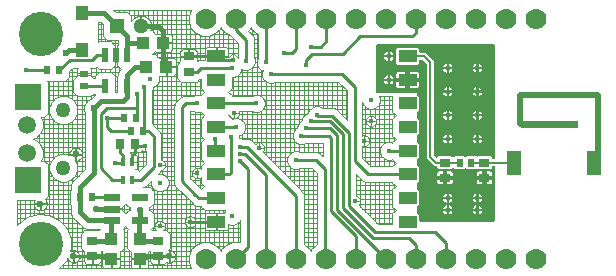
<source format=gbr>
G04 EAGLE Gerber RS-274X export*
G75*
%MOMM*%
%FSLAX34Y34*%
%LPD*%
%INBottom Copper*%
%IPPOS*%
%AMOC8*
5,1,8,0,0,1.08239X$1,22.5*%
G01*
%ADD10R,1.250000X2.000000*%
%ADD11C,0.500000*%
%ADD12C,0.050000*%
%ADD13R,0.900000X0.700000*%
%ADD14R,1.000000X1.100000*%
%ADD15R,1.100000X1.000000*%
%ADD16R,0.700000X0.900000*%
%ADD17R,1.092200X1.143000*%
%ADD18R,2.250000X2.250000*%
%ADD19C,1.275000*%
%ADD20R,1.290000X1.290000*%
%ADD21C,1.290000*%
%ADD22C,1.778000*%
%ADD23R,0.600000X0.700000*%
%ADD24R,0.700000X0.600000*%
%ADD25R,1.500000X1.000000*%
%ADD26C,0.090000*%
%ADD27R,0.558800X1.270000*%
%ADD28R,0.304800X0.711200*%
%ADD29C,3.750000*%
%ADD30C,0.600000*%
%ADD31C,0.400000*%
%ADD32C,0.400000*%
%ADD33C,0.550000*%
%ADD34C,0.254000*%
%ADD35C,0.100000*%
%ADD36C,0.230000*%
%ADD37C,0.210000*%
%ADD38C,1.500000*%

G36*
X409064Y45010D02*
X409064Y45010D01*
X409128Y45009D01*
X409203Y45030D01*
X409279Y45041D01*
X409338Y45067D01*
X409400Y45084D01*
X409466Y45125D01*
X409536Y45157D01*
X409585Y45199D01*
X409640Y45232D01*
X409692Y45290D01*
X409750Y45340D01*
X409786Y45394D01*
X409829Y45442D01*
X409862Y45511D01*
X409905Y45576D01*
X409924Y45638D01*
X409952Y45695D01*
X409963Y45765D01*
X409987Y45846D01*
X409988Y45931D01*
X409999Y46000D01*
X409999Y90950D01*
X409990Y91014D01*
X409991Y91078D01*
X409970Y91153D01*
X409959Y91229D01*
X409933Y91288D01*
X409916Y91350D01*
X409875Y91416D01*
X409843Y91486D01*
X409801Y91535D01*
X409768Y91590D01*
X409710Y91642D01*
X409660Y91700D01*
X409606Y91736D01*
X409558Y91779D01*
X409489Y91812D01*
X409424Y91855D01*
X409362Y91874D01*
X409305Y91902D01*
X409235Y91913D01*
X409154Y91937D01*
X409069Y91938D01*
X409000Y91949D01*
X408500Y91949D01*
X408436Y91940D01*
X408372Y91941D01*
X408297Y91920D01*
X408221Y91909D01*
X408162Y91883D01*
X408100Y91866D01*
X408034Y91825D01*
X407964Y91793D01*
X407915Y91751D01*
X407860Y91718D01*
X407808Y91660D01*
X407750Y91610D01*
X407714Y91556D01*
X407671Y91508D01*
X407638Y91439D01*
X407595Y91374D01*
X407576Y91312D01*
X407548Y91255D01*
X407537Y91185D01*
X407513Y91104D01*
X407512Y91019D01*
X407501Y90950D01*
X407501Y90671D01*
X406329Y89499D01*
X395671Y89499D01*
X395457Y89714D01*
X395405Y89753D01*
X395360Y89799D01*
X395293Y89837D01*
X395231Y89883D01*
X395171Y89906D01*
X395115Y89938D01*
X395040Y89955D01*
X394967Y89983D01*
X394903Y89988D01*
X394841Y90003D01*
X394763Y89999D01*
X394686Y90005D01*
X394623Y89991D01*
X394559Y89988D01*
X394486Y89963D01*
X394410Y89947D01*
X394353Y89917D01*
X394292Y89896D01*
X394236Y89854D01*
X394161Y89815D01*
X394100Y89755D01*
X394043Y89714D01*
X393829Y89499D01*
X386171Y89499D01*
X385707Y89964D01*
X385655Y90002D01*
X385610Y90049D01*
X385543Y90087D01*
X385481Y90133D01*
X385421Y90156D01*
X385365Y90188D01*
X385290Y90205D01*
X385217Y90233D01*
X385153Y90238D01*
X385090Y90253D01*
X385013Y90249D01*
X384936Y90255D01*
X384873Y90241D01*
X384809Y90238D01*
X384736Y90213D01*
X384660Y90197D01*
X384603Y90167D01*
X384542Y90146D01*
X384486Y90104D01*
X384411Y90065D01*
X384350Y90005D01*
X384293Y89964D01*
X383829Y89499D01*
X376171Y89499D01*
X375207Y90464D01*
X375155Y90502D01*
X375110Y90549D01*
X375043Y90587D01*
X374981Y90633D01*
X374921Y90656D01*
X374865Y90688D01*
X374790Y90705D01*
X374717Y90733D01*
X374653Y90738D01*
X374590Y90753D01*
X374513Y90749D01*
X374436Y90755D01*
X374373Y90741D01*
X374309Y90738D01*
X374236Y90713D01*
X374160Y90697D01*
X374103Y90667D01*
X374042Y90646D01*
X373986Y90604D01*
X373911Y90565D01*
X373850Y90505D01*
X373793Y90464D01*
X372829Y89499D01*
X362171Y89499D01*
X360999Y90671D01*
X360999Y90950D01*
X360990Y91014D01*
X360991Y91078D01*
X360970Y91153D01*
X360959Y91229D01*
X360933Y91288D01*
X360916Y91350D01*
X360875Y91416D01*
X360843Y91486D01*
X360801Y91535D01*
X360768Y91590D01*
X360710Y91642D01*
X360660Y91700D01*
X360606Y91736D01*
X360558Y91779D01*
X360489Y91812D01*
X360424Y91855D01*
X360362Y91874D01*
X360305Y91902D01*
X360235Y91913D01*
X360154Y91937D01*
X360069Y91938D01*
X360000Y91949D01*
X358736Y91949D01*
X351949Y98736D01*
X351949Y178322D01*
X351936Y178417D01*
X351931Y178514D01*
X351916Y178557D01*
X351909Y178602D01*
X351870Y178689D01*
X351838Y178780D01*
X351813Y178814D01*
X351793Y178859D01*
X351710Y178956D01*
X351657Y179029D01*
X349029Y181657D01*
X348952Y181714D01*
X348881Y181779D01*
X348840Y181799D01*
X348803Y181826D01*
X348713Y181860D01*
X348627Y181902D01*
X348585Y181908D01*
X348540Y181925D01*
X348412Y181935D01*
X348322Y181949D01*
X346500Y181949D01*
X346436Y181940D01*
X346372Y181941D01*
X346297Y181920D01*
X346221Y181909D01*
X346162Y181883D01*
X346100Y181866D01*
X346034Y181825D01*
X345964Y181793D01*
X345915Y181751D01*
X345860Y181718D01*
X345808Y181660D01*
X345750Y181610D01*
X345714Y181556D01*
X345671Y181508D01*
X345638Y181439D01*
X345595Y181374D01*
X345576Y181312D01*
X345548Y181255D01*
X345537Y181185D01*
X345513Y181104D01*
X345512Y181019D01*
X345501Y180950D01*
X345501Y179171D01*
X344329Y177999D01*
X327671Y177999D01*
X326499Y179171D01*
X326499Y190829D01*
X327671Y192001D01*
X344329Y192001D01*
X345501Y190829D01*
X345501Y189050D01*
X345510Y188986D01*
X345509Y188922D01*
X345530Y188847D01*
X345541Y188771D01*
X345567Y188712D01*
X345584Y188650D01*
X345625Y188584D01*
X345657Y188514D01*
X345699Y188465D01*
X345732Y188410D01*
X345790Y188358D01*
X345840Y188300D01*
X345894Y188264D01*
X345942Y188221D01*
X346011Y188188D01*
X346076Y188145D01*
X346138Y188126D01*
X346195Y188098D01*
X346265Y188087D01*
X346346Y188063D01*
X346431Y188062D01*
X346500Y188051D01*
X351264Y188051D01*
X358051Y181264D01*
X358051Y101678D01*
X358064Y101583D01*
X358069Y101486D01*
X358084Y101443D01*
X358091Y101398D01*
X358130Y101311D01*
X358162Y101220D01*
X358187Y101186D01*
X358207Y101141D01*
X358290Y101044D01*
X358343Y100971D01*
X359786Y99529D01*
X359837Y99490D01*
X359882Y99444D01*
X359950Y99406D01*
X360011Y99359D01*
X360072Y99337D01*
X360128Y99305D01*
X360203Y99287D01*
X360275Y99260D01*
X360339Y99255D01*
X360402Y99240D01*
X360479Y99244D01*
X360557Y99238D01*
X360619Y99251D01*
X360684Y99254D01*
X360757Y99280D01*
X360833Y99296D01*
X360889Y99326D01*
X360950Y99347D01*
X361007Y99388D01*
X361082Y99428D01*
X361142Y99487D01*
X361199Y99529D01*
X362171Y100501D01*
X372829Y100501D01*
X373793Y99536D01*
X373845Y99497D01*
X373890Y99451D01*
X373957Y99413D01*
X374019Y99367D01*
X374079Y99344D01*
X374135Y99312D01*
X374210Y99295D01*
X374283Y99267D01*
X374347Y99262D01*
X374409Y99247D01*
X374487Y99251D01*
X374564Y99245D01*
X374627Y99259D01*
X374691Y99262D01*
X374764Y99287D01*
X374840Y99303D01*
X374897Y99333D01*
X374958Y99354D01*
X375014Y99396D01*
X375089Y99435D01*
X375150Y99495D01*
X375207Y99536D01*
X376171Y100501D01*
X383829Y100501D01*
X384293Y100036D01*
X384345Y99997D01*
X384390Y99951D01*
X384457Y99913D01*
X384519Y99867D01*
X384579Y99844D01*
X384635Y99812D01*
X384710Y99795D01*
X384783Y99767D01*
X384847Y99762D01*
X384909Y99747D01*
X384987Y99751D01*
X385064Y99745D01*
X385127Y99759D01*
X385191Y99762D01*
X385264Y99787D01*
X385340Y99803D01*
X385397Y99833D01*
X385458Y99854D01*
X385514Y99896D01*
X385589Y99935D01*
X385650Y99995D01*
X385707Y100036D01*
X386171Y100501D01*
X393829Y100501D01*
X394043Y100286D01*
X394095Y100247D01*
X394140Y100201D01*
X394207Y100163D01*
X394269Y100117D01*
X394329Y100094D01*
X394385Y100062D01*
X394460Y100045D01*
X394533Y100017D01*
X394597Y100012D01*
X394660Y99997D01*
X394737Y100001D01*
X394814Y99995D01*
X394877Y100009D01*
X394941Y100012D01*
X395014Y100037D01*
X395090Y100053D01*
X395147Y100083D01*
X395208Y100104D01*
X395264Y100146D01*
X395339Y100185D01*
X395400Y100245D01*
X395457Y100286D01*
X395671Y100501D01*
X406329Y100501D01*
X407501Y99329D01*
X407501Y99050D01*
X407510Y98986D01*
X407509Y98922D01*
X407530Y98847D01*
X407541Y98771D01*
X407567Y98712D01*
X407584Y98650D01*
X407625Y98584D01*
X407657Y98514D01*
X407699Y98465D01*
X407732Y98410D01*
X407790Y98358D01*
X407840Y98300D01*
X407894Y98264D01*
X407942Y98221D01*
X408011Y98188D01*
X408076Y98145D01*
X408138Y98126D01*
X408195Y98098D01*
X408265Y98087D01*
X408346Y98063D01*
X408431Y98062D01*
X408500Y98051D01*
X409000Y98051D01*
X409064Y98060D01*
X409128Y98059D01*
X409203Y98080D01*
X409279Y98091D01*
X409338Y98117D01*
X409400Y98134D01*
X409466Y98175D01*
X409536Y98207D01*
X409585Y98249D01*
X409640Y98282D01*
X409692Y98340D01*
X409750Y98390D01*
X409786Y98444D01*
X409829Y98492D01*
X409862Y98561D01*
X409905Y98626D01*
X409924Y98688D01*
X409952Y98745D01*
X409963Y98815D01*
X409987Y98896D01*
X409988Y98981D01*
X409999Y99050D01*
X409999Y194000D01*
X409990Y194064D01*
X409991Y194128D01*
X409970Y194203D01*
X409959Y194279D01*
X409933Y194338D01*
X409916Y194400D01*
X409875Y194466D01*
X409843Y194536D01*
X409801Y194585D01*
X409768Y194640D01*
X409710Y194692D01*
X409660Y194750D01*
X409606Y194786D01*
X409558Y194829D01*
X409489Y194862D01*
X409424Y194905D01*
X409362Y194924D01*
X409305Y194952D01*
X409235Y194963D01*
X409154Y194987D01*
X409069Y194988D01*
X409000Y194999D01*
X310000Y194999D01*
X309936Y194990D01*
X309872Y194991D01*
X309797Y194970D01*
X309721Y194959D01*
X309662Y194933D01*
X309600Y194916D01*
X309534Y194875D01*
X309464Y194843D01*
X309415Y194801D01*
X309360Y194768D01*
X309308Y194710D01*
X309250Y194660D01*
X309214Y194606D01*
X309171Y194558D01*
X309138Y194489D01*
X309095Y194424D01*
X309076Y194362D01*
X309048Y194305D01*
X309037Y194235D01*
X309013Y194154D01*
X309012Y194069D01*
X309001Y194000D01*
X309001Y155000D01*
X309010Y154936D01*
X309009Y154872D01*
X309030Y154797D01*
X309041Y154721D01*
X309067Y154662D01*
X309084Y154600D01*
X309125Y154534D01*
X309157Y154464D01*
X309199Y154415D01*
X309232Y154360D01*
X309290Y154308D01*
X309340Y154250D01*
X309394Y154214D01*
X309442Y154171D01*
X309511Y154138D01*
X309576Y154095D01*
X309638Y154076D01*
X309695Y154048D01*
X309765Y154037D01*
X309846Y154013D01*
X309931Y154012D01*
X310000Y154001D01*
X344001Y154001D01*
X344001Y152788D01*
X344014Y152693D01*
X344019Y152597D01*
X344034Y152554D01*
X344041Y152509D01*
X344080Y152421D01*
X344112Y152330D01*
X344137Y152296D01*
X344157Y152252D01*
X344240Y152154D01*
X344293Y152081D01*
X345533Y150842D01*
X345533Y139158D01*
X344293Y137919D01*
X344236Y137842D01*
X344171Y137771D01*
X344151Y137730D01*
X344124Y137693D01*
X344090Y137603D01*
X344048Y137517D01*
X344042Y137475D01*
X344025Y137429D01*
X344015Y137302D01*
X344001Y137212D01*
X344001Y132788D01*
X344014Y132693D01*
X344019Y132597D01*
X344034Y132554D01*
X344041Y132509D01*
X344080Y132421D01*
X344112Y132330D01*
X344137Y132296D01*
X344157Y132252D01*
X344240Y132154D01*
X344293Y132081D01*
X345533Y130842D01*
X345533Y119158D01*
X344293Y117919D01*
X344236Y117842D01*
X344171Y117771D01*
X344151Y117730D01*
X344124Y117693D01*
X344090Y117603D01*
X344048Y117517D01*
X344042Y117475D01*
X344025Y117429D01*
X344015Y117302D01*
X344001Y117212D01*
X344001Y112788D01*
X344014Y112693D01*
X344019Y112597D01*
X344034Y112554D01*
X344041Y112509D01*
X344080Y112421D01*
X344112Y112330D01*
X344137Y112296D01*
X344157Y112252D01*
X344240Y112154D01*
X344293Y112081D01*
X345533Y110842D01*
X345533Y99158D01*
X344293Y97919D01*
X344236Y97842D01*
X344171Y97771D01*
X344151Y97730D01*
X344124Y97693D01*
X344090Y97603D01*
X344048Y97517D01*
X344042Y97475D01*
X344025Y97429D01*
X344015Y97302D01*
X344001Y97212D01*
X344001Y92788D01*
X344014Y92693D01*
X344019Y92597D01*
X344034Y92554D01*
X344041Y92509D01*
X344080Y92421D01*
X344112Y92330D01*
X344137Y92296D01*
X344157Y92252D01*
X344240Y92154D01*
X344293Y92081D01*
X345533Y90842D01*
X345533Y79158D01*
X344293Y77919D01*
X344236Y77842D01*
X344171Y77771D01*
X344151Y77730D01*
X344124Y77693D01*
X344090Y77603D01*
X344048Y77517D01*
X344042Y77475D01*
X344025Y77429D01*
X344015Y77302D01*
X344001Y77212D01*
X344001Y72788D01*
X344014Y72693D01*
X344019Y72597D01*
X344034Y72554D01*
X344041Y72509D01*
X344080Y72421D01*
X344112Y72330D01*
X344137Y72296D01*
X344157Y72252D01*
X344240Y72154D01*
X344293Y72081D01*
X345533Y70842D01*
X345533Y59158D01*
X344293Y57919D01*
X344236Y57842D01*
X344171Y57771D01*
X344151Y57730D01*
X344124Y57693D01*
X344090Y57603D01*
X344048Y57517D01*
X344042Y57475D01*
X344025Y57429D01*
X344015Y57302D01*
X344001Y57212D01*
X344001Y52788D01*
X344014Y52693D01*
X344019Y52597D01*
X344034Y52554D01*
X344041Y52509D01*
X344080Y52421D01*
X344112Y52330D01*
X344137Y52296D01*
X344157Y52252D01*
X344240Y52154D01*
X344293Y52081D01*
X345533Y50842D01*
X345533Y46000D01*
X345542Y45936D01*
X345541Y45872D01*
X345562Y45797D01*
X345573Y45721D01*
X345599Y45662D01*
X345616Y45600D01*
X345657Y45534D01*
X345689Y45464D01*
X345731Y45415D01*
X345764Y45360D01*
X345822Y45308D01*
X345872Y45250D01*
X345926Y45214D01*
X345974Y45171D01*
X346043Y45138D01*
X346108Y45095D01*
X346170Y45076D01*
X346227Y45048D01*
X346297Y45037D01*
X346378Y45013D01*
X346463Y45012D01*
X346532Y45001D01*
X409000Y45001D01*
X409064Y45010D01*
G37*
%LPC*%
G36*
X337999Y166999D02*
X337999Y166999D01*
X337999Y172001D01*
X343763Y172001D01*
X344272Y171864D01*
X344729Y171601D01*
X345101Y171229D01*
X345364Y170772D01*
X345501Y170263D01*
X345501Y166999D01*
X337999Y166999D01*
G37*
%LPD*%
%LPC*%
G36*
X326499Y166999D02*
X326499Y166999D01*
X326499Y170263D01*
X326636Y170772D01*
X326899Y171229D01*
X327271Y171601D01*
X327728Y171864D01*
X328237Y172001D01*
X334001Y172001D01*
X334001Y166999D01*
X326499Y166999D01*
G37*
%LPD*%
%LPC*%
G36*
X337999Y157999D02*
X337999Y157999D01*
X337999Y163001D01*
X345501Y163001D01*
X345501Y159737D01*
X345364Y159228D01*
X345101Y158771D01*
X344729Y158399D01*
X344272Y158136D01*
X343763Y157999D01*
X337999Y157999D01*
G37*
%LPD*%
%LPC*%
G36*
X328237Y157999D02*
X328237Y157999D01*
X327728Y158136D01*
X327271Y158399D01*
X326899Y158771D01*
X326636Y159228D01*
X326499Y159737D01*
X326499Y163001D01*
X334001Y163001D01*
X334001Y157999D01*
X328237Y157999D01*
G37*
%LPD*%
%LPC*%
G36*
X369249Y83749D02*
X369249Y83749D01*
X369249Y87501D01*
X372263Y87501D01*
X372772Y87364D01*
X373229Y87101D01*
X373601Y86729D01*
X373864Y86272D01*
X374001Y85763D01*
X374001Y83749D01*
X369249Y83749D01*
G37*
%LPD*%
%LPC*%
G36*
X402749Y83749D02*
X402749Y83749D01*
X402749Y87501D01*
X405763Y87501D01*
X406272Y87364D01*
X406729Y87101D01*
X407101Y86729D01*
X407364Y86272D01*
X407501Y85763D01*
X407501Y83749D01*
X402749Y83749D01*
G37*
%LPD*%
%LPC*%
G36*
X360999Y83749D02*
X360999Y83749D01*
X360999Y85763D01*
X361136Y86272D01*
X361399Y86729D01*
X361771Y87101D01*
X362228Y87364D01*
X362737Y87501D01*
X365751Y87501D01*
X365751Y83749D01*
X360999Y83749D01*
G37*
%LPD*%
%LPC*%
G36*
X394499Y83749D02*
X394499Y83749D01*
X394499Y85763D01*
X394636Y86272D01*
X394899Y86729D01*
X395271Y87101D01*
X395728Y87364D01*
X396237Y87501D01*
X399251Y87501D01*
X399251Y83749D01*
X394499Y83749D01*
G37*
%LPD*%
%LPC*%
G36*
X402749Y76499D02*
X402749Y76499D01*
X402749Y80251D01*
X407501Y80251D01*
X407501Y78237D01*
X407364Y77728D01*
X407101Y77271D01*
X406729Y76899D01*
X406272Y76636D01*
X405763Y76499D01*
X402749Y76499D01*
G37*
%LPD*%
%LPC*%
G36*
X369249Y76499D02*
X369249Y76499D01*
X369249Y80251D01*
X374001Y80251D01*
X374001Y78237D01*
X373864Y77728D01*
X373601Y77271D01*
X373229Y76899D01*
X372772Y76636D01*
X372263Y76499D01*
X369249Y76499D01*
G37*
%LPD*%
%LPC*%
G36*
X362737Y76499D02*
X362737Y76499D01*
X362228Y76636D01*
X361771Y76899D01*
X361399Y77271D01*
X361136Y77728D01*
X360999Y78237D01*
X360999Y80251D01*
X365751Y80251D01*
X365751Y76499D01*
X362737Y76499D01*
G37*
%LPD*%
%LPC*%
G36*
X396237Y76499D02*
X396237Y76499D01*
X395728Y76636D01*
X395271Y76899D01*
X394899Y77271D01*
X394636Y77728D01*
X394499Y78237D01*
X394499Y80251D01*
X399251Y80251D01*
X399251Y76499D01*
X396237Y76499D01*
G37*
%LPD*%
%LPC*%
G36*
X320999Y185999D02*
X320999Y185999D01*
X320999Y188874D01*
X321544Y188728D01*
X322457Y188201D01*
X323201Y187457D01*
X323728Y186544D01*
X323874Y185999D01*
X320999Y185999D01*
G37*
%LPD*%
%LPC*%
G36*
X395999Y175999D02*
X395999Y175999D01*
X395999Y178874D01*
X396544Y178728D01*
X397457Y178201D01*
X398201Y177457D01*
X398728Y176544D01*
X398874Y175999D01*
X395999Y175999D01*
G37*
%LPD*%
%LPC*%
G36*
X370999Y155999D02*
X370999Y155999D01*
X370999Y158874D01*
X371544Y158728D01*
X372457Y158201D01*
X373201Y157457D01*
X373728Y156544D01*
X373874Y155999D01*
X370999Y155999D01*
G37*
%LPD*%
%LPC*%
G36*
X395999Y155999D02*
X395999Y155999D01*
X395999Y158874D01*
X396544Y158728D01*
X397457Y158201D01*
X398201Y157457D01*
X398728Y156544D01*
X398874Y155999D01*
X395999Y155999D01*
G37*
%LPD*%
%LPC*%
G36*
X370999Y175999D02*
X370999Y175999D01*
X370999Y178874D01*
X371544Y178728D01*
X372457Y178201D01*
X373201Y177457D01*
X373728Y176544D01*
X373874Y175999D01*
X370999Y175999D01*
G37*
%LPD*%
%LPC*%
G36*
X395999Y135999D02*
X395999Y135999D01*
X395999Y138874D01*
X396544Y138728D01*
X397457Y138201D01*
X398201Y137457D01*
X398728Y136544D01*
X398874Y135999D01*
X395999Y135999D01*
G37*
%LPD*%
%LPC*%
G36*
X370999Y115999D02*
X370999Y115999D01*
X370999Y118874D01*
X371544Y118728D01*
X372457Y118201D01*
X373201Y117457D01*
X373728Y116544D01*
X373874Y115999D01*
X370999Y115999D01*
G37*
%LPD*%
%LPC*%
G36*
X320999Y165999D02*
X320999Y165999D01*
X320999Y168874D01*
X321544Y168728D01*
X322457Y168201D01*
X323201Y167457D01*
X323728Y166544D01*
X323874Y165999D01*
X320999Y165999D01*
G37*
%LPD*%
%LPC*%
G36*
X395999Y115999D02*
X395999Y115999D01*
X395999Y118874D01*
X396544Y118728D01*
X397457Y118201D01*
X398201Y117457D01*
X398728Y116544D01*
X398874Y115999D01*
X395999Y115999D01*
G37*
%LPD*%
%LPC*%
G36*
X370999Y135999D02*
X370999Y135999D01*
X370999Y138874D01*
X371544Y138728D01*
X372457Y138201D01*
X373201Y137457D01*
X373728Y136544D01*
X373874Y135999D01*
X370999Y135999D01*
G37*
%LPD*%
%LPC*%
G36*
X395999Y65999D02*
X395999Y65999D01*
X395999Y68874D01*
X396544Y68728D01*
X397457Y68201D01*
X398201Y67457D01*
X398728Y66544D01*
X398874Y65999D01*
X395999Y65999D01*
G37*
%LPD*%
%LPC*%
G36*
X370999Y65999D02*
X370999Y65999D01*
X370999Y68874D01*
X371544Y68728D01*
X372457Y68201D01*
X373201Y67457D01*
X373728Y66544D01*
X373874Y65999D01*
X370999Y65999D01*
G37*
%LPD*%
%LPC*%
G36*
X395999Y55999D02*
X395999Y55999D01*
X395999Y58874D01*
X396544Y58728D01*
X397457Y58201D01*
X398201Y57457D01*
X398728Y56544D01*
X398874Y55999D01*
X395999Y55999D01*
G37*
%LPD*%
%LPC*%
G36*
X370999Y55999D02*
X370999Y55999D01*
X370999Y58874D01*
X371544Y58728D01*
X372457Y58201D01*
X373201Y57457D01*
X373728Y56544D01*
X373874Y55999D01*
X370999Y55999D01*
G37*
%LPD*%
%LPC*%
G36*
X320999Y164001D02*
X320999Y164001D01*
X323874Y164001D01*
X323728Y163456D01*
X323201Y162543D01*
X322457Y161799D01*
X321544Y161272D01*
X320999Y161126D01*
X320999Y164001D01*
G37*
%LPD*%
%LPC*%
G36*
X391126Y155999D02*
X391126Y155999D01*
X391272Y156544D01*
X391799Y157457D01*
X392543Y158201D01*
X393456Y158728D01*
X394001Y158874D01*
X394001Y155999D01*
X391126Y155999D01*
G37*
%LPD*%
%LPC*%
G36*
X366126Y155999D02*
X366126Y155999D01*
X366272Y156544D01*
X366799Y157457D01*
X367543Y158201D01*
X368456Y158728D01*
X369001Y158874D01*
X369001Y155999D01*
X366126Y155999D01*
G37*
%LPD*%
%LPC*%
G36*
X370999Y154001D02*
X370999Y154001D01*
X373874Y154001D01*
X373728Y153456D01*
X373201Y152543D01*
X372457Y151799D01*
X371544Y151272D01*
X370999Y151126D01*
X370999Y154001D01*
G37*
%LPD*%
%LPC*%
G36*
X395999Y134001D02*
X395999Y134001D01*
X398874Y134001D01*
X398728Y133456D01*
X398201Y132543D01*
X397457Y131799D01*
X396544Y131272D01*
X395999Y131126D01*
X395999Y134001D01*
G37*
%LPD*%
%LPC*%
G36*
X395999Y154001D02*
X395999Y154001D01*
X398874Y154001D01*
X398728Y153456D01*
X398201Y152543D01*
X397457Y151799D01*
X396544Y151272D01*
X395999Y151126D01*
X395999Y154001D01*
G37*
%LPD*%
%LPC*%
G36*
X366126Y135999D02*
X366126Y135999D01*
X366272Y136544D01*
X366799Y137457D01*
X367543Y138201D01*
X368456Y138728D01*
X369001Y138874D01*
X369001Y135999D01*
X366126Y135999D01*
G37*
%LPD*%
%LPC*%
G36*
X391126Y135999D02*
X391126Y135999D01*
X391272Y136544D01*
X391799Y137457D01*
X392543Y138201D01*
X393456Y138728D01*
X394001Y138874D01*
X394001Y135999D01*
X391126Y135999D01*
G37*
%LPD*%
%LPC*%
G36*
X370999Y114001D02*
X370999Y114001D01*
X373874Y114001D01*
X373728Y113456D01*
X373201Y112543D01*
X372457Y111799D01*
X371544Y111272D01*
X370999Y111126D01*
X370999Y114001D01*
G37*
%LPD*%
%LPC*%
G36*
X370999Y134001D02*
X370999Y134001D01*
X373874Y134001D01*
X373728Y133456D01*
X373201Y132543D01*
X372457Y131799D01*
X371544Y131272D01*
X370999Y131126D01*
X370999Y134001D01*
G37*
%LPD*%
%LPC*%
G36*
X391126Y115999D02*
X391126Y115999D01*
X391272Y116544D01*
X391799Y117457D01*
X392543Y118201D01*
X393456Y118728D01*
X394001Y118874D01*
X394001Y115999D01*
X391126Y115999D01*
G37*
%LPD*%
%LPC*%
G36*
X366126Y115999D02*
X366126Y115999D01*
X366272Y116544D01*
X366799Y117457D01*
X367543Y118201D01*
X368456Y118728D01*
X369001Y118874D01*
X369001Y115999D01*
X366126Y115999D01*
G37*
%LPD*%
%LPC*%
G36*
X395999Y114001D02*
X395999Y114001D01*
X398874Y114001D01*
X398728Y113456D01*
X398201Y112543D01*
X397457Y111799D01*
X396544Y111272D01*
X395999Y111126D01*
X395999Y114001D01*
G37*
%LPD*%
%LPC*%
G36*
X316126Y185999D02*
X316126Y185999D01*
X316272Y186544D01*
X316799Y187457D01*
X317543Y188201D01*
X318456Y188728D01*
X319001Y188874D01*
X319001Y185999D01*
X316126Y185999D01*
G37*
%LPD*%
%LPC*%
G36*
X320999Y184001D02*
X320999Y184001D01*
X323874Y184001D01*
X323728Y183456D01*
X323201Y182543D01*
X322457Y181799D01*
X321544Y181272D01*
X320999Y181126D01*
X320999Y184001D01*
G37*
%LPD*%
%LPC*%
G36*
X366126Y175999D02*
X366126Y175999D01*
X366272Y176544D01*
X366799Y177457D01*
X367543Y178201D01*
X368456Y178728D01*
X369001Y178874D01*
X369001Y175999D01*
X366126Y175999D01*
G37*
%LPD*%
%LPC*%
G36*
X391126Y175999D02*
X391126Y175999D01*
X391272Y176544D01*
X391799Y177457D01*
X392543Y178201D01*
X393456Y178728D01*
X394001Y178874D01*
X394001Y175999D01*
X391126Y175999D01*
G37*
%LPD*%
%LPC*%
G36*
X370999Y174001D02*
X370999Y174001D01*
X373874Y174001D01*
X373728Y173456D01*
X373201Y172543D01*
X372457Y171799D01*
X371544Y171272D01*
X370999Y171126D01*
X370999Y174001D01*
G37*
%LPD*%
%LPC*%
G36*
X366126Y65999D02*
X366126Y65999D01*
X366272Y66544D01*
X366799Y67457D01*
X367543Y68201D01*
X368456Y68728D01*
X369001Y68874D01*
X369001Y65999D01*
X366126Y65999D01*
G37*
%LPD*%
%LPC*%
G36*
X391126Y65999D02*
X391126Y65999D01*
X391272Y66544D01*
X391799Y67457D01*
X392543Y68201D01*
X393456Y68728D01*
X394001Y68874D01*
X394001Y65999D01*
X391126Y65999D01*
G37*
%LPD*%
%LPC*%
G36*
X395999Y64001D02*
X395999Y64001D01*
X398874Y64001D01*
X398728Y63456D01*
X398201Y62543D01*
X397457Y61799D01*
X396544Y61272D01*
X395999Y61126D01*
X395999Y64001D01*
G37*
%LPD*%
%LPC*%
G36*
X370999Y64001D02*
X370999Y64001D01*
X373874Y64001D01*
X373728Y63456D01*
X373201Y62543D01*
X372457Y61799D01*
X371544Y61272D01*
X370999Y61126D01*
X370999Y64001D01*
G37*
%LPD*%
%LPC*%
G36*
X395999Y174001D02*
X395999Y174001D01*
X398874Y174001D01*
X398728Y173456D01*
X398201Y172543D01*
X397457Y171799D01*
X396544Y171272D01*
X395999Y171126D01*
X395999Y174001D01*
G37*
%LPD*%
%LPC*%
G36*
X316126Y165999D02*
X316126Y165999D01*
X316272Y166544D01*
X316799Y167457D01*
X317543Y168201D01*
X318456Y168728D01*
X319001Y168874D01*
X319001Y165999D01*
X316126Y165999D01*
G37*
%LPD*%
%LPC*%
G36*
X366126Y55999D02*
X366126Y55999D01*
X366272Y56544D01*
X366799Y57457D01*
X367543Y58201D01*
X368456Y58728D01*
X369001Y58874D01*
X369001Y55999D01*
X366126Y55999D01*
G37*
%LPD*%
%LPC*%
G36*
X391126Y55999D02*
X391126Y55999D01*
X391272Y56544D01*
X391799Y57457D01*
X392543Y58201D01*
X393456Y58728D01*
X394001Y58874D01*
X394001Y55999D01*
X391126Y55999D01*
G37*
%LPD*%
%LPC*%
G36*
X395999Y54001D02*
X395999Y54001D01*
X398874Y54001D01*
X398728Y53456D01*
X398201Y52543D01*
X397457Y51799D01*
X396544Y51272D01*
X395999Y51126D01*
X395999Y54001D01*
G37*
%LPD*%
%LPC*%
G36*
X370999Y54001D02*
X370999Y54001D01*
X373874Y54001D01*
X373728Y53456D01*
X373201Y52543D01*
X372457Y51799D01*
X371544Y51272D01*
X370999Y51126D01*
X370999Y54001D01*
G37*
%LPD*%
%LPC*%
G36*
X393456Y111272D02*
X393456Y111272D01*
X392543Y111799D01*
X391799Y112543D01*
X391272Y113456D01*
X391126Y114001D01*
X394001Y114001D01*
X394001Y111126D01*
X393456Y111272D01*
G37*
%LPD*%
%LPC*%
G36*
X368456Y151272D02*
X368456Y151272D01*
X367543Y151799D01*
X366799Y152543D01*
X366272Y153456D01*
X366126Y154001D01*
X369001Y154001D01*
X369001Y151126D01*
X368456Y151272D01*
G37*
%LPD*%
%LPC*%
G36*
X318456Y161272D02*
X318456Y161272D01*
X317543Y161799D01*
X316799Y162543D01*
X316272Y163456D01*
X316126Y164001D01*
X319001Y164001D01*
X319001Y161126D01*
X318456Y161272D01*
G37*
%LPD*%
%LPC*%
G36*
X393456Y61272D02*
X393456Y61272D01*
X392543Y61799D01*
X391799Y62543D01*
X391272Y63456D01*
X391126Y64001D01*
X394001Y64001D01*
X394001Y61126D01*
X393456Y61272D01*
G37*
%LPD*%
%LPC*%
G36*
X393456Y171272D02*
X393456Y171272D01*
X392543Y171799D01*
X391799Y172543D01*
X391272Y173456D01*
X391126Y174001D01*
X394001Y174001D01*
X394001Y171126D01*
X393456Y171272D01*
G37*
%LPD*%
%LPC*%
G36*
X368456Y61272D02*
X368456Y61272D01*
X367543Y61799D01*
X366799Y62543D01*
X366272Y63456D01*
X366126Y64001D01*
X369001Y64001D01*
X369001Y61126D01*
X368456Y61272D01*
G37*
%LPD*%
%LPC*%
G36*
X368456Y171272D02*
X368456Y171272D01*
X367543Y171799D01*
X366799Y172543D01*
X366272Y173456D01*
X366126Y174001D01*
X369001Y174001D01*
X369001Y171126D01*
X368456Y171272D01*
G37*
%LPD*%
%LPC*%
G36*
X318456Y181272D02*
X318456Y181272D01*
X317543Y181799D01*
X316799Y182543D01*
X316272Y183456D01*
X316126Y184001D01*
X319001Y184001D01*
X319001Y181126D01*
X318456Y181272D01*
G37*
%LPD*%
%LPC*%
G36*
X393456Y131272D02*
X393456Y131272D01*
X392543Y131799D01*
X391799Y132543D01*
X391272Y133456D01*
X391126Y134001D01*
X394001Y134001D01*
X394001Y131126D01*
X393456Y131272D01*
G37*
%LPD*%
%LPC*%
G36*
X368456Y131272D02*
X368456Y131272D01*
X367543Y131799D01*
X366799Y132543D01*
X366272Y133456D01*
X366126Y134001D01*
X369001Y134001D01*
X369001Y131126D01*
X368456Y131272D01*
G37*
%LPD*%
%LPC*%
G36*
X368456Y111272D02*
X368456Y111272D01*
X367543Y111799D01*
X366799Y112543D01*
X366272Y113456D01*
X366126Y114001D01*
X369001Y114001D01*
X369001Y111126D01*
X368456Y111272D01*
G37*
%LPD*%
%LPC*%
G36*
X393456Y51272D02*
X393456Y51272D01*
X392543Y51799D01*
X391799Y52543D01*
X391272Y53456D01*
X391126Y54001D01*
X394001Y54001D01*
X394001Y51126D01*
X393456Y51272D01*
G37*
%LPD*%
%LPC*%
G36*
X393456Y151272D02*
X393456Y151272D01*
X392543Y151799D01*
X391799Y152543D01*
X391272Y153456D01*
X391126Y154001D01*
X394001Y154001D01*
X394001Y151126D01*
X393456Y151272D01*
G37*
%LPD*%
%LPC*%
G36*
X368456Y51272D02*
X368456Y51272D01*
X367543Y51799D01*
X366799Y52543D01*
X366272Y53456D01*
X366126Y54001D01*
X369001Y54001D01*
X369001Y51126D01*
X368456Y51272D01*
G37*
%LPD*%
%LPC*%
G36*
X335999Y164999D02*
X335999Y164999D01*
X335999Y165001D01*
X336001Y165001D01*
X336001Y164999D01*
X335999Y164999D01*
G37*
%LPD*%
D10*
X426250Y95000D03*
X493750Y95000D03*
D11*
X497500Y105000D02*
X497500Y152500D01*
X431500Y152500D01*
X431500Y127500D01*
D12*
X479751Y129750D02*
X479748Y125250D01*
X479748Y125251D02*
X431752Y125251D01*
X431749Y129750D01*
X431748Y129751D01*
X479752Y129751D01*
X479752Y129277D01*
X431748Y129277D01*
X431749Y128803D01*
X479751Y128803D01*
X479751Y128329D01*
X431749Y128329D01*
X431750Y127855D01*
X479750Y127855D01*
X479750Y127381D01*
X431750Y127381D01*
X431751Y126907D01*
X479749Y126907D01*
X479749Y126433D01*
X431751Y126433D01*
X431751Y125959D01*
X479749Y125959D01*
X479748Y125485D01*
X431752Y125485D01*
D13*
X69000Y28500D03*
X69000Y15500D03*
X125000Y28500D03*
X125000Y15500D03*
D14*
X85000Y30500D03*
X85000Y13500D03*
D15*
X111500Y196500D03*
X128500Y196500D03*
X114500Y176000D03*
X131500Y176000D03*
D13*
X367500Y95000D03*
X367500Y82000D03*
X401000Y95000D03*
X401000Y82000D03*
D14*
X109000Y30500D03*
X109000Y13500D03*
D16*
X92500Y111000D03*
X105500Y111000D03*
D13*
X150500Y172000D03*
X150500Y185000D03*
D17*
X60000Y190633D03*
X60000Y221367D03*
D18*
X14500Y150125D03*
X14500Y79875D03*
D19*
X44500Y139250D03*
X44500Y90750D03*
D20*
X90000Y210500D03*
D21*
X110000Y210500D03*
D22*
X165100Y216600D03*
X190500Y216600D03*
X215900Y216600D03*
X241300Y216600D03*
X266700Y216600D03*
X292100Y216600D03*
X317500Y216600D03*
X342900Y216600D03*
X368300Y216600D03*
X393700Y216600D03*
X419100Y216600D03*
X444500Y216600D03*
X165100Y13400D03*
X190500Y13400D03*
X215900Y13400D03*
X241300Y13400D03*
X266700Y13400D03*
X292100Y13400D03*
X317500Y13400D03*
X342900Y13400D03*
X368300Y13400D03*
X393700Y13400D03*
X419100Y13400D03*
X444500Y13400D03*
D23*
X380000Y95000D03*
X390000Y95000D03*
X112000Y122000D03*
X102000Y122000D03*
X106000Y133000D03*
X96000Y133000D03*
X58500Y65500D03*
X68500Y65500D03*
D24*
X62000Y160000D03*
X62000Y170000D03*
D23*
X31000Y173000D03*
X41000Y173000D03*
D25*
X336000Y185000D03*
X336000Y165000D03*
X336000Y145000D03*
X336000Y125000D03*
X336000Y105000D03*
X336000Y85000D03*
X336000Y65000D03*
X336000Y45000D03*
X174000Y45000D03*
X174000Y65000D03*
X174000Y85000D03*
X174000Y105000D03*
X174000Y125000D03*
X174000Y145000D03*
X174000Y165000D03*
X174000Y185000D03*
D26*
X91450Y49050D02*
X91450Y43950D01*
X78850Y43950D01*
X78850Y49050D01*
X91450Y49050D01*
X91450Y44805D02*
X78850Y44805D01*
X78850Y45660D02*
X91450Y45660D01*
X91450Y46515D02*
X78850Y46515D01*
X78850Y47370D02*
X91450Y47370D01*
X91450Y48225D02*
X78850Y48225D01*
X91450Y53450D02*
X91450Y58550D01*
X91450Y53450D02*
X78850Y53450D01*
X78850Y58550D01*
X91450Y58550D01*
X91450Y54305D02*
X78850Y54305D01*
X78850Y55160D02*
X91450Y55160D01*
X91450Y56015D02*
X78850Y56015D01*
X78850Y56870D02*
X91450Y56870D01*
X91450Y57725D02*
X78850Y57725D01*
X91450Y62950D02*
X91450Y68050D01*
X91450Y62950D02*
X78850Y62950D01*
X78850Y68050D01*
X91450Y68050D01*
X91450Y63805D02*
X78850Y63805D01*
X78850Y64660D02*
X91450Y64660D01*
X91450Y65515D02*
X78850Y65515D01*
X78850Y66370D02*
X91450Y66370D01*
X91450Y67225D02*
X78850Y67225D01*
X115150Y68050D02*
X115150Y62950D01*
X102550Y62950D01*
X102550Y68050D01*
X115150Y68050D01*
X115150Y63805D02*
X102550Y63805D01*
X102550Y64660D02*
X115150Y64660D01*
X115150Y65515D02*
X102550Y65515D01*
X102550Y66370D02*
X115150Y66370D01*
X115150Y67225D02*
X102550Y67225D01*
X115150Y49050D02*
X115150Y43950D01*
X102550Y43950D01*
X102550Y49050D01*
X115150Y49050D01*
X115150Y44805D02*
X102550Y44805D01*
X102550Y45660D02*
X115150Y45660D01*
X115150Y46515D02*
X102550Y46515D01*
X102550Y47370D02*
X115150Y47370D01*
X115150Y48225D02*
X102550Y48225D01*
D27*
X79602Y185954D03*
X89000Y185954D03*
X98398Y185954D03*
X98398Y160046D03*
X79602Y160046D03*
D28*
X103000Y80507D03*
X95000Y80507D03*
X95000Y95493D03*
X103000Y95493D03*
D29*
X25400Y26100D03*
X25400Y203900D03*
D30*
X55000Y102000D03*
D31*
X320000Y165000D03*
X370000Y115000D03*
X395000Y65000D03*
X370000Y175000D03*
X395000Y55000D03*
X370000Y55000D03*
X395000Y115000D03*
X395000Y135000D03*
X395000Y155000D03*
X395000Y175000D03*
X370000Y155000D03*
X370000Y135000D03*
X370000Y65000D03*
X320000Y185000D03*
D30*
X25000Y60000D03*
D32*
X131500Y176000D02*
X128500Y179000D01*
X128500Y196500D01*
X128500Y206500D01*
X124500Y210500D02*
X110000Y210500D01*
X124500Y210500D02*
X128500Y206500D01*
X125000Y15500D02*
X111000Y15500D01*
X109000Y13500D01*
X83000Y15500D02*
X69000Y15500D01*
X83000Y15500D02*
X85000Y13500D01*
X85150Y56000D02*
X72000Y56000D01*
D33*
X72000Y56000D03*
D34*
X125000Y15500D02*
X134000Y15500D01*
D33*
X134000Y15500D03*
D34*
X69000Y15500D02*
X53000Y15500D01*
D33*
X53000Y15500D03*
D31*
X291500Y62500D03*
D34*
X174000Y45000D02*
X152000Y45000D01*
D31*
X152000Y45000D03*
X210000Y107500D03*
X126015Y92802D03*
X158000Y86000D03*
X189000Y137000D03*
D34*
X174000Y185000D02*
X150500Y185000D01*
D31*
X188000Y182000D03*
D34*
X177000Y182000D01*
X174000Y185000D01*
D31*
X299000Y113500D03*
X305000Y130000D03*
X114000Y109000D03*
D34*
X107500Y109000D01*
X105500Y111000D01*
X103000Y101000D02*
X103000Y95493D01*
X105500Y103500D02*
X105500Y111000D01*
X105500Y103500D02*
X103000Y101000D01*
D31*
X126000Y41000D03*
D35*
X151650Y138350D02*
X154456Y138350D01*
X156508Y137500D01*
X159492Y137500D01*
X161000Y138125D01*
X161000Y137722D01*
X163722Y135000D01*
X161000Y132278D01*
X161000Y117722D01*
X163722Y115000D01*
X161000Y112278D01*
X161000Y97722D01*
X163722Y95000D01*
X161000Y92278D01*
X161000Y89364D01*
X160763Y89601D01*
X159737Y90193D01*
X158592Y90500D01*
X158000Y90500D01*
X158000Y86000D01*
X158000Y86000D01*
X158000Y90500D01*
X157408Y90500D01*
X156263Y90193D01*
X155237Y89601D01*
X154399Y88763D01*
X153807Y87737D01*
X153500Y86592D01*
X153500Y86000D01*
X158000Y86000D01*
X158000Y86000D01*
X153500Y86000D01*
X153500Y85408D01*
X153807Y84263D01*
X154399Y83237D01*
X155237Y82399D01*
X156263Y81807D01*
X157408Y81500D01*
X158000Y81500D01*
X158000Y86000D01*
X158000Y86000D01*
X158000Y81500D01*
X158592Y81500D01*
X159737Y81807D01*
X160763Y82399D01*
X161000Y82636D01*
X161000Y77722D01*
X163722Y75000D01*
X161063Y72341D01*
X151650Y81755D01*
X151650Y138350D01*
X81272Y198550D02*
X78050Y201772D01*
X81272Y198550D02*
X90898Y198550D01*
X90898Y195376D01*
X90326Y194804D01*
X89500Y194804D01*
X89500Y186454D01*
X88500Y186454D01*
X88500Y194804D01*
X87674Y194804D01*
X84674Y197804D01*
X74530Y197804D01*
X74136Y197410D01*
X74136Y213867D01*
X76026Y213867D01*
X78050Y211843D01*
X78050Y201772D01*
X61500Y170500D02*
X56000Y170500D01*
X61500Y170500D02*
X61500Y169500D01*
X56000Y169500D01*
X56000Y168278D01*
X53000Y165278D01*
X53000Y154722D01*
X56222Y151500D01*
X67778Y151500D01*
X69628Y153350D01*
X71308Y153350D01*
X71308Y152415D01*
X68099Y149206D01*
X65685Y148206D01*
X63294Y145815D01*
X62000Y142691D01*
X62000Y139309D01*
X63000Y136895D01*
X63000Y89607D01*
X52142Y78748D01*
X51000Y75992D01*
X51000Y72278D01*
X50000Y71278D01*
X50000Y59722D01*
X51000Y58722D01*
X51000Y52008D01*
X52142Y49252D01*
X61252Y40142D01*
X64008Y39000D01*
X75222Y39000D01*
X74500Y38278D01*
X74500Y37500D01*
X62222Y37500D01*
X59000Y34278D01*
X59000Y22722D01*
X62066Y19656D01*
X62000Y19497D01*
X62000Y16000D01*
X68500Y16000D01*
X68500Y15000D01*
X62000Y15000D01*
X62000Y11503D01*
X62381Y10584D01*
X63084Y9881D01*
X64003Y9500D01*
X68500Y9500D01*
X68500Y15000D01*
X69500Y15000D01*
X69500Y9500D01*
X73997Y9500D01*
X74916Y9881D01*
X75619Y10584D01*
X76000Y11503D01*
X76000Y15000D01*
X69500Y15000D01*
X69500Y16000D01*
X76000Y16000D01*
X76000Y19497D01*
X75934Y19656D01*
X76750Y20472D01*
X77566Y19656D01*
X77500Y19497D01*
X77500Y14000D01*
X84500Y14000D01*
X84500Y13000D01*
X77500Y13000D01*
X77500Y7503D01*
X77881Y6584D01*
X78584Y5881D01*
X79503Y5500D01*
X84500Y5500D01*
X84500Y13000D01*
X85500Y13000D01*
X85500Y5500D01*
X90497Y5500D01*
X91416Y5881D01*
X92119Y6584D01*
X92500Y7503D01*
X92500Y13000D01*
X85500Y13000D01*
X85500Y14000D01*
X92500Y14000D01*
X92500Y19497D01*
X92434Y19656D01*
X95500Y22722D01*
X95500Y38278D01*
X94846Y38932D01*
X97000Y41085D01*
X99154Y38932D01*
X98500Y38278D01*
X98500Y22722D01*
X101566Y19656D01*
X101500Y19497D01*
X101500Y14000D01*
X108500Y14000D01*
X108500Y13000D01*
X101500Y13000D01*
X101500Y7503D01*
X101881Y6584D01*
X102584Y5881D01*
X103503Y5500D01*
X108500Y5500D01*
X108500Y13000D01*
X109500Y13000D01*
X109500Y5500D01*
X114497Y5500D01*
X115416Y5881D01*
X116119Y6584D01*
X116500Y7503D01*
X116500Y13000D01*
X109500Y13000D01*
X109500Y14000D01*
X116500Y14000D01*
X116500Y19497D01*
X116434Y19656D01*
X117250Y20472D01*
X118066Y19656D01*
X118000Y19497D01*
X118000Y16000D01*
X124500Y16000D01*
X124500Y15000D01*
X118000Y15000D01*
X118000Y11503D01*
X118381Y10584D01*
X119084Y9881D01*
X120003Y9500D01*
X124500Y9500D01*
X124500Y15000D01*
X125500Y15000D01*
X125500Y9500D01*
X129997Y9500D01*
X130916Y9881D01*
X131619Y10584D01*
X131696Y10768D01*
X131974Y10608D01*
X133309Y10250D01*
X133625Y10250D01*
X133625Y15125D01*
X134375Y15125D01*
X134375Y10250D01*
X134691Y10250D01*
X136026Y10608D01*
X137224Y11299D01*
X138201Y12276D01*
X138892Y13474D01*
X139250Y14809D01*
X139250Y15125D01*
X134375Y15125D01*
X134375Y15875D01*
X139250Y15875D01*
X139250Y16191D01*
X138892Y17526D01*
X138201Y18724D01*
X137224Y19701D01*
X136026Y20392D01*
X134691Y20750D01*
X134375Y20750D01*
X134375Y15875D01*
X133625Y15875D01*
X133625Y20750D01*
X133309Y20750D01*
X132925Y20647D01*
X135000Y22722D01*
X135000Y34278D01*
X131778Y37500D01*
X128864Y37500D01*
X129601Y38237D01*
X130193Y39263D01*
X130500Y40408D01*
X130500Y41000D01*
X126000Y41000D01*
X126000Y41000D01*
X130500Y41000D01*
X130500Y41592D01*
X130193Y42737D01*
X129601Y43763D01*
X128763Y44601D01*
X127737Y45193D01*
X126592Y45500D01*
X126000Y45500D01*
X126000Y41000D01*
X126000Y41000D01*
X126000Y45500D01*
X125408Y45500D01*
X124263Y45193D01*
X123237Y44601D01*
X122399Y43763D01*
X121807Y42737D01*
X121500Y41592D01*
X121500Y41000D01*
X126000Y41000D01*
X126000Y41000D01*
X121500Y41000D01*
X121500Y40408D01*
X121807Y39263D01*
X122399Y38237D01*
X123136Y37500D01*
X119500Y37500D01*
X119500Y38278D01*
X118696Y39082D01*
X121100Y41485D01*
X121100Y51515D01*
X117615Y55000D01*
X117250Y55000D01*
X117250Y56641D01*
X117101Y57000D01*
X117615Y57000D01*
X121100Y60485D01*
X121100Y70515D01*
X117615Y74000D01*
X112175Y74000D01*
X114274Y74869D01*
X118500Y79096D01*
X118500Y76508D01*
X119642Y73752D01*
X121752Y71642D01*
X124508Y70500D01*
X127492Y70500D01*
X130248Y71642D01*
X132358Y73752D01*
X133500Y76508D01*
X133500Y79492D01*
X132358Y82248D01*
X130248Y84358D01*
X127492Y85500D01*
X124904Y85500D01*
X126471Y87066D01*
X127029Y88415D01*
X127752Y88609D01*
X128778Y89201D01*
X129616Y90039D01*
X130208Y91065D01*
X130515Y92210D01*
X130515Y92802D01*
X127483Y92802D01*
X127483Y92802D01*
X130515Y92802D01*
X130515Y93394D01*
X130208Y94539D01*
X129616Y95565D01*
X128778Y96403D01*
X127752Y96995D01*
X127483Y97067D01*
X127483Y118490D01*
X126471Y120934D01*
X124600Y122804D01*
X120500Y126905D01*
X120500Y127778D01*
X119468Y128810D01*
X119468Y155456D01*
X120318Y157508D01*
X120318Y158842D01*
X122248Y159642D01*
X124358Y161752D01*
X125500Y164508D01*
X125500Y167492D01*
X125140Y168362D01*
X125344Y168566D01*
X125503Y168500D01*
X131000Y168500D01*
X131000Y175500D01*
X132000Y175500D01*
X132000Y168500D01*
X137497Y168500D01*
X138416Y168881D01*
X139119Y169584D01*
X139500Y170503D01*
X139500Y175500D01*
X132000Y175500D01*
X132000Y176500D01*
X139500Y176500D01*
X139500Y181497D01*
X139119Y182416D01*
X138416Y183119D01*
X137497Y183500D01*
X132000Y183500D01*
X132000Y176500D01*
X131000Y176500D01*
X131000Y183500D01*
X125503Y183500D01*
X125344Y183434D01*
X122278Y186500D01*
X119778Y186500D01*
X122344Y189066D01*
X122503Y189000D01*
X128000Y189000D01*
X128000Y196000D01*
X129000Y196000D01*
X129000Y189000D01*
X134497Y189000D01*
X135416Y189381D01*
X136119Y190084D01*
X136500Y191003D01*
X136500Y196000D01*
X129000Y196000D01*
X129000Y197000D01*
X136500Y197000D01*
X136500Y201997D01*
X136119Y202916D01*
X135416Y203619D01*
X134497Y204000D01*
X129000Y204000D01*
X129000Y197000D01*
X128000Y197000D01*
X128000Y204000D01*
X122503Y204000D01*
X122344Y203934D01*
X119278Y207000D01*
X118238Y207000D01*
X118606Y207889D01*
X118950Y209618D01*
X118950Y210000D01*
X110500Y210000D01*
X110500Y211000D01*
X118950Y211000D01*
X118950Y211382D01*
X118606Y213111D01*
X117931Y214739D01*
X116952Y216205D01*
X115705Y217452D01*
X114239Y218431D01*
X112611Y219106D01*
X110882Y219450D01*
X110500Y219450D01*
X110500Y211000D01*
X109500Y211000D01*
X109500Y219450D01*
X109118Y219450D01*
X107389Y219106D01*
X105761Y218431D01*
X104295Y217452D01*
X103048Y216205D01*
X102069Y214739D01*
X101950Y214453D01*
X101950Y219228D01*
X98728Y222450D01*
X88657Y222450D01*
X86607Y224500D01*
X152797Y224500D01*
X150710Y219462D01*
X150710Y213738D01*
X152901Y208449D01*
X156949Y204401D01*
X162238Y202210D01*
X167962Y202210D01*
X173251Y204401D01*
X177299Y208449D01*
X177800Y209658D01*
X178301Y208449D01*
X182349Y204401D01*
X185500Y203095D01*
X192350Y196245D01*
X192350Y184544D01*
X192090Y183916D01*
X191601Y184763D01*
X190763Y185601D01*
X189737Y186193D01*
X188592Y186500D01*
X188000Y186500D01*
X188000Y182500D01*
X188000Y182500D01*
X188000Y186500D01*
X187408Y186500D01*
X186263Y186193D01*
X185237Y185601D01*
X184399Y184763D01*
X184000Y184072D01*
X184000Y184500D01*
X174500Y184500D01*
X174500Y185500D01*
X184000Y185500D01*
X184000Y190497D01*
X183619Y191416D01*
X182916Y192119D01*
X181997Y192500D01*
X174500Y192500D01*
X174500Y185500D01*
X173500Y185500D01*
X173500Y192500D01*
X166003Y192500D01*
X165084Y192119D01*
X164381Y191416D01*
X164000Y190497D01*
X164000Y185500D01*
X173500Y185500D01*
X173500Y184500D01*
X164000Y184500D01*
X164000Y181770D01*
X159653Y181770D01*
X157438Y180852D01*
X157500Y181003D01*
X157500Y184500D01*
X151000Y184500D01*
X151000Y185500D01*
X157500Y185500D01*
X157500Y188997D01*
X157119Y189916D01*
X156416Y190619D01*
X155497Y191000D01*
X151000Y191000D01*
X151000Y185500D01*
X150000Y185500D01*
X150000Y191000D01*
X145503Y191000D01*
X144584Y190619D01*
X143881Y189916D01*
X143500Y188997D01*
X143500Y185500D01*
X150000Y185500D01*
X150000Y184500D01*
X143500Y184500D01*
X143500Y181003D01*
X143566Y180844D01*
X140500Y177778D01*
X140500Y166222D01*
X143722Y163000D01*
X157278Y163000D01*
X159622Y165344D01*
X161000Y165915D01*
X161000Y157722D01*
X163722Y155000D01*
X161000Y152278D01*
X161000Y151875D01*
X159492Y152500D01*
X156508Y152500D01*
X154456Y151650D01*
X146677Y151650D01*
X144233Y150638D01*
X141233Y147638D01*
X139362Y145767D01*
X138350Y143323D01*
X138350Y77677D01*
X139362Y75233D01*
X152415Y62180D01*
X155233Y59362D01*
X157677Y58350D01*
X161000Y58350D01*
X161000Y57722D01*
X164222Y54500D01*
X181393Y54500D01*
X181142Y54248D01*
X180418Y52500D01*
X174500Y52500D01*
X174500Y45500D01*
X173500Y45500D01*
X173500Y52500D01*
X166003Y52500D01*
X165084Y52119D01*
X164381Y51416D01*
X164000Y50497D01*
X164000Y45500D01*
X173500Y45500D01*
X173500Y44500D01*
X164000Y44500D01*
X164000Y39503D01*
X164381Y38584D01*
X165084Y37881D01*
X166003Y37500D01*
X173500Y37500D01*
X173500Y44500D01*
X174500Y44500D01*
X174500Y37500D01*
X181997Y37500D01*
X182916Y37881D01*
X183619Y38584D01*
X184000Y39503D01*
X184000Y43332D01*
X186008Y42500D01*
X188992Y42500D01*
X191748Y43642D01*
X193858Y45752D01*
X194032Y46171D01*
X194032Y27513D01*
X193362Y27790D01*
X187638Y27790D01*
X182349Y25599D01*
X178301Y21551D01*
X177800Y20342D01*
X177299Y21551D01*
X173251Y25599D01*
X167962Y27790D01*
X162238Y27790D01*
X156949Y25599D01*
X152901Y21551D01*
X150710Y16262D01*
X150710Y10538D01*
X152797Y5500D01*
X40617Y5500D01*
X40864Y5623D01*
X47217Y12592D01*
X47883Y14312D01*
X48108Y13474D01*
X48799Y12276D01*
X49776Y11299D01*
X50974Y10608D01*
X52309Y10250D01*
X52625Y10250D01*
X52625Y15125D01*
X53375Y15125D01*
X53375Y10250D01*
X53691Y10250D01*
X55026Y10608D01*
X56224Y11299D01*
X57201Y12276D01*
X57892Y13474D01*
X58250Y14809D01*
X58250Y15125D01*
X53375Y15125D01*
X53375Y15875D01*
X58250Y15875D01*
X58250Y16191D01*
X57892Y17526D01*
X57201Y18724D01*
X56224Y19701D01*
X55026Y20392D01*
X53691Y20750D01*
X53375Y20750D01*
X53375Y15875D01*
X52625Y15875D01*
X52625Y20750D01*
X52309Y20750D01*
X50974Y20392D01*
X50027Y19846D01*
X50623Y21385D01*
X50623Y30815D01*
X47217Y39608D01*
X40864Y46577D01*
X32422Y50780D01*
X23032Y51651D01*
X13962Y49070D01*
X6437Y43387D01*
X5500Y41874D01*
X5500Y63125D01*
X20453Y63125D01*
X19875Y62123D01*
X19500Y60724D01*
X19500Y60500D01*
X24500Y60500D01*
X24500Y59500D01*
X19500Y59500D01*
X19500Y59276D01*
X19875Y57877D01*
X20599Y56623D01*
X21623Y55599D01*
X22877Y54875D01*
X24276Y54500D01*
X24500Y54500D01*
X24500Y59500D01*
X25500Y59500D01*
X25500Y54500D01*
X25724Y54500D01*
X27123Y54875D01*
X28377Y55599D01*
X29401Y56623D01*
X30125Y57877D01*
X30500Y59276D01*
X30500Y59500D01*
X25500Y59500D01*
X25500Y60500D01*
X30500Y60500D01*
X30500Y60724D01*
X30125Y62123D01*
X29401Y63377D01*
X28841Y63938D01*
X31250Y66347D01*
X31250Y93403D01*
X28028Y96625D01*
X25430Y96625D01*
X27000Y100414D01*
X27000Y105586D01*
X25021Y110364D01*
X21364Y114021D01*
X19000Y115000D01*
X21364Y115979D01*
X25021Y119636D01*
X27000Y124414D01*
X27000Y129586D01*
X25430Y133375D01*
X28028Y133375D01*
X31250Y136597D01*
X31250Y163653D01*
X30903Y164000D01*
X46278Y164000D01*
X49500Y167222D01*
X49500Y172095D01*
X52491Y175086D01*
X57051Y175086D01*
X56381Y174416D01*
X56000Y173497D01*
X56000Y170500D01*
X56375Y141612D02*
X56375Y136888D01*
X56375Y141612D02*
X54567Y145977D01*
X51227Y149317D01*
X46862Y151125D01*
X42138Y151125D01*
X37773Y149317D01*
X34433Y145977D01*
X32625Y141612D01*
X32625Y136888D01*
X34433Y132523D01*
X37773Y129183D01*
X42138Y127375D01*
X46862Y127375D01*
X51227Y129183D01*
X54567Y132523D01*
X56375Y136888D01*
X55500Y107500D02*
X55500Y102500D01*
X54500Y102500D01*
X54500Y107500D01*
X54276Y107500D01*
X52877Y107125D01*
X51623Y106401D01*
X50599Y105377D01*
X49875Y104123D01*
X49500Y102724D01*
X49500Y102500D01*
X54500Y102500D01*
X54500Y101500D01*
X49578Y101500D01*
X46862Y102625D01*
X42138Y102625D01*
X37773Y100817D01*
X34433Y97477D01*
X32625Y93112D01*
X32625Y88388D01*
X34433Y84023D01*
X37773Y80683D01*
X42138Y78875D01*
X46862Y78875D01*
X51227Y80683D01*
X54567Y84023D01*
X56375Y88388D01*
X56375Y93112D01*
X54567Y97477D01*
X54500Y97544D01*
X54500Y101500D01*
X55500Y101500D01*
X55500Y96500D01*
X55724Y96500D01*
X57123Y96875D01*
X58377Y97599D01*
X59401Y98623D01*
X60125Y99877D01*
X60500Y101276D01*
X60500Y101500D01*
X55500Y101500D01*
X55500Y102500D01*
X60500Y102500D01*
X60500Y102724D01*
X60125Y104123D01*
X59401Y105377D01*
X58377Y106401D01*
X57123Y107125D01*
X55724Y107500D01*
X55500Y107500D01*
X152000Y49500D02*
X152000Y45000D01*
X152000Y45000D01*
X152000Y49500D01*
X151408Y49500D01*
X150263Y49193D01*
X149237Y48601D01*
X148399Y47763D01*
X147807Y46737D01*
X147500Y45592D01*
X147500Y45000D01*
X152000Y45000D01*
X152000Y45000D01*
X147500Y45000D01*
X147500Y44408D01*
X147807Y43263D01*
X148399Y42237D01*
X149237Y41399D01*
X150263Y40807D01*
X151408Y40500D01*
X152000Y40500D01*
X152000Y45000D01*
X152000Y45000D01*
X152000Y40500D01*
X152592Y40500D01*
X153737Y40807D01*
X154763Y41399D01*
X155601Y42237D01*
X156193Y43263D01*
X156500Y44408D01*
X156500Y45000D01*
X152000Y45000D01*
X152000Y45000D01*
X156500Y45000D01*
X156500Y45592D01*
X156193Y46737D01*
X155601Y47763D01*
X154763Y48601D01*
X153737Y49193D01*
X152592Y49500D01*
X152000Y49500D01*
X84674Y174104D02*
X74530Y174104D01*
X84674Y174104D02*
X87674Y177104D01*
X88500Y177104D01*
X88500Y185454D01*
X89500Y185454D01*
X89500Y177104D01*
X90326Y177104D01*
X92912Y174518D01*
X92040Y173646D01*
X90898Y170890D01*
X90898Y169468D01*
X90104Y168674D01*
X90104Y154500D01*
X87896Y154500D01*
X87896Y168674D01*
X84674Y171896D01*
X74530Y171896D01*
X71308Y168674D01*
X71308Y166650D01*
X69628Y166650D01*
X68000Y168278D01*
X68000Y169500D01*
X62500Y169500D01*
X62500Y170500D01*
X68000Y170500D01*
X68000Y173497D01*
X67619Y174416D01*
X66949Y175086D01*
X70102Y175086D01*
X72539Y176095D01*
X74530Y174104D01*
X77250Y56500D02*
X77250Y56375D01*
X77250Y56500D02*
X84650Y56500D01*
X84650Y55500D01*
X77250Y55500D01*
X77250Y55625D01*
X72375Y55625D01*
X72375Y56375D01*
X77250Y56375D01*
X197508Y173500D02*
X200492Y173500D01*
X203248Y174642D01*
X205358Y176752D01*
X206500Y179508D01*
X206500Y182492D01*
X205650Y184544D01*
X205650Y200323D01*
X204638Y202767D01*
X200827Y206577D01*
X202699Y208449D01*
X203200Y209658D01*
X203701Y208449D01*
X207749Y204401D01*
X209250Y203779D01*
X209250Y183544D01*
X208400Y181492D01*
X208400Y178508D01*
X209542Y175752D01*
X211652Y173642D01*
X213136Y173027D01*
X212500Y171492D01*
X212500Y168508D01*
X213642Y165752D01*
X215752Y163642D01*
X218508Y162500D01*
X221492Y162500D01*
X223544Y163350D01*
X277245Y163350D01*
X284350Y156245D01*
X284350Y131307D01*
X275688Y139970D01*
X273244Y140982D01*
X263807Y140982D01*
X263248Y141540D01*
X260492Y142682D01*
X257508Y142682D01*
X254752Y141540D01*
X252642Y139430D01*
X251704Y137167D01*
X249752Y136358D01*
X247642Y134248D01*
X246500Y131492D01*
X246500Y130668D01*
X245752Y130358D01*
X243642Y128248D01*
X242500Y125492D01*
X242500Y124470D01*
X241752Y124160D01*
X239642Y122050D01*
X238500Y119294D01*
X238500Y116310D01*
X239642Y113554D01*
X241752Y111444D01*
X244508Y110302D01*
X247492Y110302D01*
X249544Y111152D01*
X264350Y111152D01*
X264350Y100118D01*
X262658Y101747D01*
X261767Y102638D01*
X261706Y102663D01*
X261659Y102709D01*
X260486Y103168D01*
X259323Y103650D01*
X259257Y103650D01*
X259195Y103674D01*
X257937Y103650D01*
X245044Y103650D01*
X242992Y104500D01*
X240008Y104500D01*
X237252Y103358D01*
X235142Y101248D01*
X234000Y98492D01*
X234000Y95508D01*
X235142Y92752D01*
X237252Y90642D01*
X240008Y89500D01*
X242992Y89500D01*
X245044Y90350D01*
X255320Y90350D01*
X259350Y86471D01*
X259350Y25931D01*
X258549Y25599D01*
X254501Y21551D01*
X254000Y20342D01*
X253499Y21551D01*
X249451Y25599D01*
X247950Y26221D01*
X247950Y68023D01*
X246938Y70467D01*
X245067Y72338D01*
X245067Y72338D01*
X213134Y104270D01*
X213601Y104737D01*
X214193Y105763D01*
X214500Y106908D01*
X214500Y107500D01*
X210000Y107500D01*
X210000Y107500D01*
X214500Y107500D01*
X214500Y108092D01*
X214193Y109237D01*
X213601Y110263D01*
X212763Y111101D01*
X211737Y111693D01*
X210592Y112000D01*
X210000Y112000D01*
X210000Y107500D01*
X210000Y107500D01*
X210000Y112000D01*
X209408Y112000D01*
X208263Y111693D01*
X207237Y111101D01*
X206770Y110634D01*
X205574Y111831D01*
X205574Y111831D01*
X203703Y113702D01*
X201259Y114714D01*
X197544Y114714D01*
X195492Y115564D01*
X193500Y115564D01*
X193500Y117918D01*
X195248Y118642D01*
X197358Y120752D01*
X198500Y123508D01*
X198500Y126492D01*
X197358Y129248D01*
X195248Y131358D01*
X192492Y132500D01*
X189508Y132500D01*
X187456Y131650D01*
X187000Y131650D01*
X187000Y132278D01*
X184278Y135000D01*
X184751Y135472D01*
X184807Y135263D01*
X185399Y134237D01*
X186237Y133399D01*
X187263Y132807D01*
X188408Y132500D01*
X189000Y132500D01*
X189000Y137000D01*
X189000Y137000D01*
X189000Y132500D01*
X189592Y132500D01*
X190737Y132807D01*
X191763Y133399D01*
X192601Y134237D01*
X193193Y135263D01*
X193500Y136408D01*
X193500Y137000D01*
X189000Y137000D01*
X189000Y137000D01*
X193500Y137000D01*
X193500Y137592D01*
X193297Y138350D01*
X203956Y138350D01*
X206008Y137500D01*
X208992Y137500D01*
X211748Y138642D01*
X213858Y140752D01*
X215000Y143508D01*
X215000Y146492D01*
X213858Y149248D01*
X211748Y151358D01*
X208992Y152500D01*
X206008Y152500D01*
X203956Y151650D01*
X187000Y151650D01*
X187000Y152278D01*
X184278Y155000D01*
X187000Y157722D01*
X187000Y167500D01*
X188992Y167500D01*
X191748Y168642D01*
X193858Y170752D01*
X195000Y173508D01*
X195000Y174539D01*
X197508Y173500D01*
X128750Y15125D02*
X128750Y15000D01*
X125500Y15000D01*
X125500Y16000D01*
X128750Y16000D01*
X128750Y15875D01*
X133625Y15875D01*
X133625Y15125D01*
X128750Y15125D01*
X296362Y81233D02*
X298233Y79362D01*
X300677Y78350D01*
X323000Y78350D01*
X323000Y77722D01*
X325722Y75000D01*
X323000Y72278D01*
X323000Y57722D01*
X325722Y55000D01*
X323000Y52278D01*
X323000Y42650D01*
X310754Y42650D01*
X294384Y59020D01*
X295101Y59737D01*
X295693Y60763D01*
X296000Y61908D01*
X296000Y62500D01*
X292650Y62500D01*
X292650Y62500D01*
X296000Y62500D01*
X296000Y63092D01*
X295693Y64237D01*
X295101Y65263D01*
X294263Y66101D01*
X293237Y66693D01*
X292650Y66851D01*
X292650Y84946D01*
X296362Y81233D01*
X106802Y89563D02*
X105325Y89563D01*
X105940Y89818D01*
X106643Y90521D01*
X107024Y91440D01*
X107024Y95231D01*
X103262Y95231D01*
X103262Y95755D01*
X107024Y95755D01*
X107024Y99546D01*
X106643Y100465D01*
X105940Y101168D01*
X105021Y101549D01*
X103262Y101549D01*
X103262Y95755D01*
X102738Y95755D01*
X102738Y101549D01*
X101802Y101549D01*
X101770Y101581D01*
X101770Y102347D01*
X101142Y103864D01*
X101344Y104066D01*
X101503Y104000D01*
X105000Y104000D01*
X105000Y110500D01*
X106000Y110500D01*
X106000Y104000D01*
X109497Y104000D01*
X110416Y104381D01*
X111119Y105084D01*
X111247Y105393D01*
X112263Y104807D01*
X113408Y104500D01*
X114000Y104500D01*
X114000Y109000D01*
X114000Y109000D01*
X114000Y104500D01*
X114183Y104500D01*
X114183Y93588D01*
X108480Y87885D01*
X106802Y89563D01*
X100085Y55000D02*
X97000Y51915D01*
X94400Y54515D01*
X94400Y55500D01*
X85650Y55500D01*
X85650Y56500D01*
X94400Y56500D01*
X94400Y57485D01*
X97000Y60085D01*
X100085Y57000D01*
X100899Y57000D01*
X100750Y56641D01*
X100750Y55000D01*
X100085Y55000D01*
X323000Y137722D02*
X323000Y151000D01*
X323000Y137722D02*
X325722Y135000D01*
X323000Y132278D01*
X323000Y117722D01*
X325722Y115000D01*
X323000Y112278D01*
X323000Y111875D01*
X321492Y112500D01*
X318508Y112500D01*
X315752Y111358D01*
X313642Y109248D01*
X312500Y106492D01*
X312500Y103508D01*
X313642Y100752D01*
X315752Y98642D01*
X318508Y97500D01*
X321492Y97500D01*
X323000Y98125D01*
X323000Y97722D01*
X325722Y95000D01*
X323000Y92278D01*
X323000Y91650D01*
X304755Y91650D01*
X297650Y98755D01*
X297650Y109203D01*
X298408Y109000D01*
X299000Y109000D01*
X299000Y113500D01*
X299000Y113500D01*
X299000Y109000D01*
X299592Y109000D01*
X300737Y109307D01*
X301763Y109899D01*
X302601Y110737D01*
X303193Y111763D01*
X303500Y112908D01*
X303500Y113500D01*
X299000Y113500D01*
X299000Y113500D01*
X303500Y113500D01*
X303500Y114092D01*
X303193Y115237D01*
X302601Y116263D01*
X301763Y117101D01*
X300737Y117693D01*
X299592Y118000D01*
X299000Y118000D01*
X299000Y113500D01*
X299000Y113500D01*
X299000Y118000D01*
X298408Y118000D01*
X297650Y117797D01*
X297650Y146146D01*
X298642Y143752D01*
X300752Y141642D01*
X303508Y140500D01*
X306492Y140500D01*
X309248Y141642D01*
X311358Y143752D01*
X312500Y146508D01*
X312500Y149492D01*
X311875Y151000D01*
X323000Y151000D01*
X305000Y134500D02*
X305000Y130000D01*
X305000Y130000D01*
X305000Y134500D01*
X304408Y134500D01*
X303263Y134193D01*
X302237Y133601D01*
X301399Y132763D01*
X300807Y131737D01*
X300500Y130592D01*
X300500Y130000D01*
X305000Y130000D01*
X305000Y130000D01*
X300500Y130000D01*
X300500Y129408D01*
X300807Y128263D01*
X301399Y127237D01*
X302237Y126399D01*
X303263Y125807D01*
X304408Y125500D01*
X305000Y125500D01*
X305000Y130000D01*
X305000Y130000D01*
X305000Y125500D01*
X305592Y125500D01*
X306737Y125807D01*
X307763Y126399D01*
X308601Y127237D01*
X309193Y128263D01*
X309500Y129408D01*
X309500Y130000D01*
X305000Y130000D01*
X305000Y130000D01*
X309500Y130000D01*
X309500Y130592D01*
X309193Y131737D01*
X308601Y132763D01*
X307763Y133601D01*
X306737Y134193D01*
X305592Y134500D01*
X305000Y134500D01*
X77500Y8000D02*
X43031Y8000D01*
X84500Y8000D02*
X85500Y8000D01*
X92500Y8000D02*
X101500Y8000D01*
X108500Y8000D02*
X109500Y8000D01*
X116500Y8000D02*
X151761Y8000D01*
X49075Y12000D02*
X46677Y12000D01*
X52625Y12000D02*
X53375Y12000D01*
X56925Y12000D02*
X62000Y12000D01*
X68500Y12000D02*
X69500Y12000D01*
X76000Y12000D02*
X77500Y12000D01*
X84500Y12000D02*
X85500Y12000D01*
X92500Y12000D02*
X101500Y12000D01*
X108500Y12000D02*
X109500Y12000D01*
X116500Y12000D02*
X118000Y12000D01*
X124500Y12000D02*
X125500Y12000D01*
X133625Y12000D02*
X134375Y12000D01*
X137925Y12000D02*
X150710Y12000D01*
X53375Y16000D02*
X52625Y16000D01*
X58250Y16000D02*
X62000Y16000D01*
X76000Y16000D02*
X77500Y16000D01*
X92500Y16000D02*
X101500Y16000D01*
X116500Y16000D02*
X118000Y16000D01*
X133625Y16000D02*
X134375Y16000D01*
X139250Y16000D02*
X150710Y16000D01*
X50294Y20000D02*
X50087Y20000D01*
X52625Y20000D02*
X53375Y20000D01*
X55706Y20000D02*
X61722Y20000D01*
X76278Y20000D02*
X77222Y20000D01*
X92778Y20000D02*
X101222Y20000D01*
X116778Y20000D02*
X117722Y20000D01*
X133625Y20000D02*
X134375Y20000D01*
X136706Y20000D02*
X152258Y20000D01*
X59000Y24000D02*
X50623Y24000D01*
X95500Y24000D02*
X98500Y24000D01*
X135000Y24000D02*
X155350Y24000D01*
X174850Y24000D02*
X180750Y24000D01*
X251050Y24000D02*
X256950Y24000D01*
X59000Y28000D02*
X50623Y28000D01*
X95500Y28000D02*
X98500Y28000D01*
X135000Y28000D02*
X194032Y28000D01*
X247950Y28000D02*
X259350Y28000D01*
X59000Y32000D02*
X50164Y32000D01*
X95500Y32000D02*
X98500Y32000D01*
X135000Y32000D02*
X194032Y32000D01*
X247950Y32000D02*
X259350Y32000D01*
X60722Y36000D02*
X48614Y36000D01*
X95500Y36000D02*
X98500Y36000D01*
X133278Y36000D02*
X194032Y36000D01*
X247950Y36000D02*
X259350Y36000D01*
X61594Y40000D02*
X46859Y40000D01*
X95915Y40000D02*
X98085Y40000D01*
X119615Y40000D02*
X121609Y40000D01*
X130391Y40000D02*
X164000Y40000D01*
X173500Y40000D02*
X174500Y40000D01*
X184000Y40000D02*
X194032Y40000D01*
X247950Y40000D02*
X259350Y40000D01*
X7249Y44000D02*
X5500Y44000D01*
X43213Y44000D02*
X57393Y44000D01*
X121100Y44000D02*
X122636Y44000D01*
X126000Y44000D02*
X126000Y44000D01*
X129364Y44000D02*
X147609Y44000D01*
X152000Y44000D02*
X152000Y44000D01*
X156391Y44000D02*
X164000Y44000D01*
X173500Y44000D02*
X174500Y44000D01*
X192107Y44000D02*
X194032Y44000D01*
X247950Y44000D02*
X259350Y44000D01*
X309404Y44000D02*
X323000Y44000D01*
X12546Y48000D02*
X5500Y48000D01*
X38006Y48000D02*
X53393Y48000D01*
X121100Y48000D02*
X148636Y48000D01*
X152000Y48000D02*
X152000Y48000D01*
X155364Y48000D02*
X164000Y48000D01*
X173500Y48000D02*
X174500Y48000D01*
X247950Y48000D02*
X259350Y48000D01*
X305404Y48000D02*
X323000Y48000D01*
X51003Y52000D02*
X5500Y52000D01*
X96915Y52000D02*
X97085Y52000D01*
X120615Y52000D02*
X164964Y52000D01*
X173500Y52000D02*
X174500Y52000D01*
X247950Y52000D02*
X259350Y52000D01*
X301404Y52000D02*
X323000Y52000D01*
X21222Y56000D02*
X5500Y56000D01*
X24500Y56000D02*
X25500Y56000D01*
X28778Y56000D02*
X51000Y56000D01*
X72375Y56000D02*
X84650Y56000D01*
X85650Y56000D02*
X100750Y56000D01*
X117250Y56000D02*
X162722Y56000D01*
X247950Y56000D02*
X259350Y56000D01*
X297404Y56000D02*
X324722Y56000D01*
X24500Y60000D02*
X5500Y60000D01*
X25500Y60000D02*
X50000Y60000D01*
X96915Y60000D02*
X97085Y60000D01*
X120615Y60000D02*
X154595Y60000D01*
X247950Y60000D02*
X259350Y60000D01*
X295253Y60000D02*
X323000Y60000D01*
X50000Y64000D02*
X28903Y64000D01*
X121100Y64000D02*
X150595Y64000D01*
X247950Y64000D02*
X259350Y64000D01*
X295757Y64000D02*
X323000Y64000D01*
X50000Y68000D02*
X31250Y68000D01*
X121100Y68000D02*
X146595Y68000D01*
X247950Y68000D02*
X259350Y68000D01*
X292650Y68000D02*
X323000Y68000D01*
X50722Y72000D02*
X31250Y72000D01*
X119615Y72000D02*
X121393Y72000D01*
X130607Y72000D02*
X142595Y72000D01*
X245404Y72000D02*
X259350Y72000D01*
X292650Y72000D02*
X323000Y72000D01*
X51003Y76000D02*
X31250Y76000D01*
X115404Y76000D02*
X118710Y76000D01*
X133289Y76000D02*
X139045Y76000D01*
X157404Y76000D02*
X162722Y76000D01*
X241404Y76000D02*
X259350Y76000D01*
X292650Y76000D02*
X324722Y76000D01*
X39422Y80000D02*
X31250Y80000D01*
X49578Y80000D02*
X53393Y80000D01*
X133290Y80000D02*
X138350Y80000D01*
X153404Y80000D02*
X161000Y80000D01*
X237404Y80000D02*
X259350Y80000D01*
X292650Y80000D02*
X297595Y80000D01*
X34456Y84000D02*
X31250Y84000D01*
X54544Y84000D02*
X57393Y84000D01*
X130607Y84000D02*
X138350Y84000D01*
X151650Y84000D02*
X153959Y84000D01*
X158000Y84000D02*
X158000Y84000D01*
X233404Y84000D02*
X259350Y84000D01*
X292650Y84000D02*
X293595Y84000D01*
X32786Y88000D02*
X31250Y88000D01*
X56214Y88000D02*
X61393Y88000D01*
X108365Y88000D02*
X108596Y88000D01*
X126857Y88000D02*
X138350Y88000D01*
X151650Y88000D02*
X153959Y88000D01*
X158000Y88000D02*
X158000Y88000D01*
X229404Y88000D02*
X257761Y88000D01*
X32625Y92000D02*
X31250Y92000D01*
X56375Y92000D02*
X63000Y92000D01*
X107024Y92000D02*
X112596Y92000D01*
X130459Y92000D02*
X138350Y92000D01*
X151650Y92000D02*
X161000Y92000D01*
X225404Y92000D02*
X235893Y92000D01*
X304404Y92000D02*
X323000Y92000D01*
X33821Y96000D02*
X28653Y96000D01*
X55179Y96000D02*
X63000Y96000D01*
X102738Y96000D02*
X103262Y96000D01*
X107024Y96000D02*
X114183Y96000D01*
X129181Y96000D02*
X138350Y96000D01*
X151650Y96000D02*
X162722Y96000D01*
X221404Y96000D02*
X234000Y96000D01*
X300404Y96000D02*
X324722Y96000D01*
X36956Y100000D02*
X26828Y100000D01*
X54500Y100000D02*
X55500Y100000D01*
X60158Y100000D02*
X63000Y100000D01*
X102738Y100000D02*
X103262Y100000D01*
X106836Y100000D02*
X114183Y100000D01*
X127483Y100000D02*
X138350Y100000D01*
X151650Y100000D02*
X161000Y100000D01*
X217404Y100000D02*
X234625Y100000D01*
X297650Y100000D02*
X314393Y100000D01*
X49842Y104000D02*
X27000Y104000D01*
X54500Y104000D02*
X55500Y104000D01*
X60158Y104000D02*
X63000Y104000D01*
X101278Y104000D02*
X101503Y104000D01*
X105000Y104000D02*
X106000Y104000D01*
X109497Y104000D02*
X114183Y104000D01*
X127483Y104000D02*
X138350Y104000D01*
X151650Y104000D02*
X161000Y104000D01*
X213404Y104000D02*
X238801Y104000D01*
X244199Y104000D02*
X264350Y104000D01*
X297650Y104000D02*
X312500Y104000D01*
X63000Y108000D02*
X26000Y108000D01*
X105000Y108000D02*
X106000Y108000D01*
X114000Y108000D02*
X114000Y108000D01*
X127483Y108000D02*
X138350Y108000D01*
X151650Y108000D02*
X161000Y108000D01*
X210000Y108000D02*
X210000Y108000D01*
X214500Y108000D02*
X264350Y108000D01*
X297650Y108000D02*
X313125Y108000D01*
X63000Y112000D02*
X23385Y112000D01*
X127483Y112000D02*
X138350Y112000D01*
X151650Y112000D02*
X161000Y112000D01*
X205404Y112000D02*
X241195Y112000D01*
X299000Y112000D02*
X299000Y112000D01*
X303257Y112000D02*
X317301Y112000D01*
X322699Y112000D02*
X323000Y112000D01*
X63000Y116000D02*
X21385Y116000D01*
X127483Y116000D02*
X138350Y116000D01*
X151650Y116000D02*
X162722Y116000D01*
X193500Y116000D02*
X238628Y116000D01*
X299000Y116000D02*
X299000Y116000D01*
X302753Y116000D02*
X324722Y116000D01*
X63000Y120000D02*
X25172Y120000D01*
X126858Y120000D02*
X138350Y120000D01*
X151650Y120000D02*
X161000Y120000D01*
X196607Y120000D02*
X238793Y120000D01*
X297650Y120000D02*
X323000Y120000D01*
X63000Y124000D02*
X26828Y124000D01*
X123404Y124000D02*
X138350Y124000D01*
X151650Y124000D02*
X161000Y124000D01*
X198500Y124000D02*
X241591Y124000D01*
X297650Y124000D02*
X323000Y124000D01*
X40629Y128000D02*
X27000Y128000D01*
X48371Y128000D02*
X63000Y128000D01*
X120278Y128000D02*
X138350Y128000D01*
X151650Y128000D02*
X161000Y128000D01*
X197875Y128000D02*
X243539Y128000D01*
X297650Y128000D02*
X300959Y128000D01*
X305000Y128000D02*
X305000Y128000D01*
X309041Y128000D02*
X323000Y128000D01*
X34956Y132000D02*
X26000Y132000D01*
X54044Y132000D02*
X63000Y132000D01*
X119468Y132000D02*
X138350Y132000D01*
X151650Y132000D02*
X161000Y132000D01*
X187000Y132000D02*
X188301Y132000D01*
X193699Y132000D02*
X246711Y132000D01*
X283657Y132000D02*
X284350Y132000D01*
X297650Y132000D02*
X300959Y132000D01*
X305000Y132000D02*
X305000Y132000D01*
X309041Y132000D02*
X323000Y132000D01*
X32993Y136000D02*
X30653Y136000D01*
X56007Y136000D02*
X63000Y136000D01*
X119468Y136000D02*
X138350Y136000D01*
X151650Y136000D02*
X162722Y136000D01*
X189000Y136000D02*
X189000Y136000D01*
X193391Y136000D02*
X249393Y136000D01*
X279657Y136000D02*
X284350Y136000D01*
X297650Y136000D02*
X324722Y136000D01*
X32625Y140000D02*
X31250Y140000D01*
X56375Y140000D02*
X62000Y140000D01*
X119468Y140000D02*
X138350Y140000D01*
X213107Y140000D02*
X253211Y140000D01*
X275614Y140000D02*
X284350Y140000D01*
X297650Y140000D02*
X323000Y140000D01*
X33614Y144000D02*
X31250Y144000D01*
X55386Y144000D02*
X62542Y144000D01*
X119468Y144000D02*
X138631Y144000D01*
X215000Y144000D02*
X284350Y144000D01*
X297650Y144000D02*
X298539Y144000D01*
X311461Y144000D02*
X323000Y144000D01*
X36456Y148000D02*
X31250Y148000D01*
X52544Y148000D02*
X65479Y148000D01*
X119468Y148000D02*
X141596Y148000D01*
X214375Y148000D02*
X284350Y148000D01*
X312500Y148000D02*
X323000Y148000D01*
X55722Y152000D02*
X31250Y152000D01*
X68278Y152000D02*
X70893Y152000D01*
X119468Y152000D02*
X155301Y152000D01*
X160699Y152000D02*
X161000Y152000D01*
X187000Y152000D02*
X204801Y152000D01*
X210199Y152000D02*
X284350Y152000D01*
X53000Y156000D02*
X31250Y156000D01*
X87896Y156000D02*
X90104Y156000D01*
X119693Y156000D02*
X162722Y156000D01*
X185278Y156000D02*
X284350Y156000D01*
X53000Y160000D02*
X31250Y160000D01*
X87896Y160000D02*
X90104Y160000D01*
X122607Y160000D02*
X161000Y160000D01*
X187000Y160000D02*
X280595Y160000D01*
X53000Y164000D02*
X46278Y164000D01*
X87896Y164000D02*
X90104Y164000D01*
X125289Y164000D02*
X142722Y164000D01*
X158278Y164000D02*
X161000Y164000D01*
X187000Y164000D02*
X215393Y164000D01*
X55722Y168000D02*
X49500Y168000D01*
X68278Y168000D02*
X71308Y168000D01*
X87896Y168000D02*
X90104Y168000D01*
X125289Y168000D02*
X140500Y168000D01*
X190199Y168000D02*
X212710Y168000D01*
X56000Y172000D02*
X49500Y172000D01*
X68000Y172000D02*
X91358Y172000D01*
X131000Y172000D02*
X132000Y172000D01*
X139500Y172000D02*
X140500Y172000D01*
X194375Y172000D02*
X212711Y172000D01*
X72634Y176000D02*
X72308Y176000D01*
X86570Y176000D02*
X91430Y176000D01*
X132000Y176000D02*
X140500Y176000D01*
X204607Y176000D02*
X209439Y176000D01*
X89500Y180000D02*
X88500Y180000D01*
X131000Y180000D02*
X132000Y180000D01*
X139500Y180000D02*
X142722Y180000D01*
X206500Y180000D02*
X208400Y180000D01*
X89500Y184000D02*
X88500Y184000D01*
X124778Y184000D02*
X143500Y184000D01*
X157500Y184000D02*
X164000Y184000D01*
X188000Y184000D02*
X188000Y184000D01*
X192041Y184000D02*
X192125Y184000D01*
X205875Y184000D02*
X209250Y184000D01*
X89500Y188000D02*
X88500Y188000D01*
X121278Y188000D02*
X143500Y188000D01*
X150000Y188000D02*
X151000Y188000D01*
X157500Y188000D02*
X164000Y188000D01*
X173500Y188000D02*
X174500Y188000D01*
X184000Y188000D02*
X192350Y188000D01*
X205650Y188000D02*
X209250Y188000D01*
X89500Y192000D02*
X88500Y192000D01*
X128000Y192000D02*
X129000Y192000D01*
X136500Y192000D02*
X164964Y192000D01*
X173500Y192000D02*
X174500Y192000D01*
X183036Y192000D02*
X192350Y192000D01*
X205650Y192000D02*
X209250Y192000D01*
X90898Y196000D02*
X86478Y196000D01*
X136500Y196000D02*
X192350Y196000D01*
X205650Y196000D02*
X209250Y196000D01*
X79822Y200000D02*
X74136Y200000D01*
X128000Y200000D02*
X129000Y200000D01*
X136500Y200000D02*
X188595Y200000D01*
X205650Y200000D02*
X209250Y200000D01*
X78050Y204000D02*
X74136Y204000D01*
X122278Y204000D02*
X157916Y204000D01*
X172284Y204000D02*
X183316Y204000D01*
X203404Y204000D02*
X208716Y204000D01*
X78050Y208000D02*
X74136Y208000D01*
X118628Y208000D02*
X153349Y208000D01*
X176851Y208000D02*
X178749Y208000D01*
X202251Y208000D02*
X204149Y208000D01*
X77893Y212000D02*
X74136Y212000D01*
X109500Y212000D02*
X110500Y212000D01*
X118827Y212000D02*
X151430Y212000D01*
X102911Y216000D02*
X101950Y216000D01*
X109500Y216000D02*
X110500Y216000D01*
X117089Y216000D02*
X150710Y216000D01*
X150933Y220000D02*
X101178Y220000D01*
X87107Y224000D02*
X152590Y224000D01*
X8000Y63125D02*
X8000Y44567D01*
X12000Y47588D02*
X12000Y63125D01*
X16000Y63125D02*
X16000Y49650D01*
X20000Y50788D02*
X20000Y57660D01*
X20000Y59500D02*
X20000Y60500D01*
X20000Y62340D02*
X20000Y63125D01*
X20000Y114586D02*
X20000Y115414D01*
X24000Y54574D02*
X24000Y51561D01*
X24000Y59500D02*
X24000Y60500D01*
X24000Y111385D02*
X24000Y118615D01*
X28000Y55381D02*
X28000Y51190D01*
X28000Y59500D02*
X28000Y60500D01*
X28000Y96625D02*
X28000Y133375D01*
X32000Y164000D02*
X32000Y50820D01*
X36000Y48999D02*
X36000Y82456D01*
X36000Y99044D02*
X36000Y130956D01*
X36000Y147544D02*
X36000Y164000D01*
X40000Y79761D02*
X40000Y47007D01*
X40000Y101739D02*
X40000Y128261D01*
X40000Y150239D02*
X40000Y164000D01*
X44000Y9063D02*
X44000Y5500D01*
X44000Y43137D02*
X44000Y78875D01*
X44000Y102625D02*
X44000Y127375D01*
X44000Y151125D02*
X44000Y164000D01*
X48000Y13876D02*
X48000Y5500D01*
X48000Y37586D02*
X48000Y79346D01*
X48000Y102154D02*
X48000Y127846D01*
X48000Y150654D02*
X48000Y165722D01*
X52000Y10333D02*
X52000Y5500D01*
X52000Y20667D02*
X52000Y49594D01*
X52000Y78406D02*
X52000Y81456D01*
X52000Y101500D02*
X52000Y102500D01*
X52000Y106619D02*
X52000Y129956D01*
X52000Y148544D02*
X52000Y174596D01*
X56000Y11170D02*
X56000Y5500D01*
X56000Y15125D02*
X56000Y15875D01*
X56000Y19830D02*
X56000Y45393D01*
X56000Y82607D02*
X56000Y87483D01*
X56000Y94017D02*
X56000Y96574D01*
X56000Y101500D02*
X56000Y102500D01*
X56000Y107426D02*
X56000Y135983D01*
X56000Y142517D02*
X56000Y151722D01*
X56000Y169500D02*
X56000Y170500D01*
X56000Y173497D02*
X56000Y175086D01*
X60000Y21722D02*
X60000Y5500D01*
X60000Y35278D02*
X60000Y41393D01*
X60000Y86607D02*
X60000Y99660D01*
X60000Y101500D02*
X60000Y102500D01*
X60000Y104340D02*
X60000Y151500D01*
X60000Y169500D02*
X60000Y170500D01*
X64000Y9501D02*
X64000Y5500D01*
X64000Y15000D02*
X64000Y16000D01*
X64000Y37500D02*
X64000Y39003D01*
X64000Y146521D02*
X64000Y151500D01*
X64000Y169500D02*
X64000Y170500D01*
X68000Y9500D02*
X68000Y5500D01*
X68000Y15000D02*
X68000Y16000D01*
X68000Y37500D02*
X68000Y39000D01*
X68000Y149165D02*
X68000Y151722D01*
X68000Y168278D02*
X68000Y175086D01*
X72000Y9500D02*
X72000Y5500D01*
X72000Y15000D02*
X72000Y16000D01*
X72000Y37500D02*
X72000Y39000D01*
X72000Y169366D02*
X72000Y175872D01*
X76000Y19722D02*
X76000Y5500D01*
X76000Y55625D02*
X76000Y56375D01*
X76000Y171896D02*
X76000Y174104D01*
X76000Y197804D02*
X76000Y213867D01*
X80000Y5500D02*
X80000Y5500D01*
X80000Y13000D02*
X80000Y14000D01*
X80000Y55500D02*
X80000Y56500D01*
X80000Y171896D02*
X80000Y174104D01*
X80000Y197804D02*
X80000Y199822D01*
X84000Y5500D02*
X84000Y5500D01*
X84000Y13000D02*
X84000Y14000D01*
X84000Y55500D02*
X84000Y56500D01*
X84000Y171896D02*
X84000Y174104D01*
X84000Y197804D02*
X84000Y198550D01*
X88000Y5500D02*
X88000Y5500D01*
X88000Y13000D02*
X88000Y14000D01*
X88000Y55500D02*
X88000Y56500D01*
X88000Y154500D02*
X88000Y177104D01*
X88000Y194804D02*
X88000Y198550D01*
X88000Y223107D02*
X88000Y224500D01*
X92000Y6464D02*
X92000Y5500D01*
X92000Y13000D02*
X92000Y14000D01*
X92000Y55500D02*
X92000Y56500D01*
X92000Y173550D02*
X92000Y175430D01*
X92000Y222450D02*
X92000Y224500D01*
X96000Y40085D02*
X96000Y5500D01*
X96000Y52915D02*
X96000Y59085D01*
X96000Y222450D02*
X96000Y224500D01*
X100000Y21222D02*
X100000Y5500D01*
X100000Y54915D02*
X100000Y57085D01*
X100000Y221178D02*
X100000Y224500D01*
X104000Y5500D02*
X104000Y5500D01*
X104000Y13000D02*
X104000Y14000D01*
X104000Y95231D02*
X104000Y95755D01*
X104000Y101549D02*
X104000Y104000D01*
X104000Y217157D02*
X104000Y224500D01*
X108000Y5500D02*
X108000Y5500D01*
X108000Y13000D02*
X108000Y14000D01*
X108000Y88365D02*
X108000Y104000D01*
X108000Y219228D02*
X108000Y224500D01*
X112000Y5500D02*
X112000Y5500D01*
X112000Y13000D02*
X112000Y14000D01*
X112000Y91405D02*
X112000Y104959D01*
X112000Y210000D02*
X112000Y211000D01*
X112000Y219227D02*
X112000Y224500D01*
X116000Y6464D02*
X116000Y5500D01*
X116000Y13000D02*
X116000Y14000D01*
X116000Y74000D02*
X116000Y76596D01*
X116000Y210000D02*
X116000Y211000D01*
X116000Y217157D02*
X116000Y224500D01*
X120000Y9501D02*
X120000Y5500D01*
X120000Y15000D02*
X120000Y16000D01*
X120000Y37500D02*
X120000Y40385D01*
X120000Y52615D02*
X120000Y59385D01*
X120000Y71615D02*
X120000Y73393D01*
X120000Y128278D02*
X120000Y156740D01*
X120000Y186500D02*
X120000Y186722D01*
X120000Y206278D02*
X120000Y224500D01*
X124000Y9500D02*
X124000Y5500D01*
X124000Y15000D02*
X124000Y16000D01*
X124000Y41000D02*
X124000Y41000D01*
X124000Y45041D02*
X124000Y70711D01*
X124000Y123404D02*
X124000Y161393D01*
X124000Y184778D02*
X124000Y189000D01*
X124000Y204000D02*
X124000Y224500D01*
X128000Y9500D02*
X128000Y5500D01*
X128000Y15000D02*
X128000Y16000D01*
X128000Y41000D02*
X128000Y41000D01*
X128000Y45041D02*
X128000Y70710D01*
X128000Y85289D02*
X128000Y88752D01*
X128000Y92802D02*
X128000Y92802D01*
X128000Y96852D02*
X128000Y168500D01*
X128000Y183500D02*
X128000Y189000D01*
X128000Y204000D02*
X128000Y224500D01*
X132000Y10601D02*
X132000Y5500D01*
X132000Y15125D02*
X132000Y15875D01*
X132000Y37278D02*
X132000Y73393D01*
X132000Y82607D02*
X132000Y168500D01*
X132000Y183500D02*
X132000Y189000D01*
X132000Y196000D02*
X132000Y197000D01*
X132000Y204000D02*
X132000Y224500D01*
X136000Y10601D02*
X136000Y5500D01*
X136000Y15125D02*
X136000Y15875D01*
X136000Y20399D02*
X136000Y168500D01*
X136000Y175500D02*
X136000Y176500D01*
X136000Y183500D02*
X136000Y189964D01*
X136000Y196000D02*
X136000Y197000D01*
X136000Y203036D02*
X136000Y224500D01*
X140000Y74595D02*
X140000Y5500D01*
X140000Y146405D02*
X140000Y224500D01*
X144000Y70595D02*
X144000Y5500D01*
X144000Y150405D02*
X144000Y163000D01*
X144000Y184500D02*
X144000Y185500D01*
X144000Y190036D02*
X144000Y224500D01*
X148000Y42928D02*
X148000Y5500D01*
X148000Y45000D02*
X148000Y45000D01*
X148000Y47072D02*
X148000Y66595D01*
X148000Y151650D02*
X148000Y163000D01*
X148000Y184500D02*
X148000Y185500D01*
X148000Y191000D02*
X148000Y224500D01*
X152000Y7423D02*
X152000Y5500D01*
X152000Y19377D02*
X152000Y45000D01*
X152000Y62595D01*
X152000Y81404D02*
X152000Y138350D01*
X152000Y151650D02*
X152000Y163000D01*
X152000Y184500D02*
X152000Y185500D01*
X152000Y191000D02*
X152000Y210623D01*
X152000Y222577D02*
X152000Y224500D01*
X156000Y42928D02*
X156000Y24651D01*
X156000Y45000D02*
X156000Y45000D01*
X156000Y47072D02*
X156000Y59045D01*
X156000Y77404D02*
X156000Y81959D01*
X156000Y86000D02*
X156000Y86000D01*
X156000Y90041D02*
X156000Y137711D01*
X156000Y152290D02*
X156000Y163000D01*
X156000Y184500D02*
X156000Y185500D01*
X156000Y190792D02*
X156000Y205349D01*
X160000Y58350D02*
X160000Y26863D01*
X160000Y73404D02*
X160000Y81959D01*
X160000Y90041D02*
X160000Y137710D01*
X160000Y152289D02*
X160000Y165501D01*
X160000Y181770D02*
X160000Y203137D01*
X164000Y39503D02*
X164000Y27790D01*
X164000Y44500D02*
X164000Y45500D01*
X164000Y50497D02*
X164000Y54722D01*
X164000Y184500D02*
X164000Y185500D01*
X164000Y190497D02*
X164000Y202210D01*
X168000Y37500D02*
X168000Y27774D01*
X168000Y44500D02*
X168000Y45500D01*
X168000Y52500D02*
X168000Y54500D01*
X168000Y184500D02*
X168000Y185500D01*
X168000Y192500D02*
X168000Y202226D01*
X172000Y37500D02*
X172000Y26118D01*
X172000Y44500D02*
X172000Y45500D01*
X172000Y52500D02*
X172000Y54500D01*
X172000Y184500D02*
X172000Y185500D01*
X172000Y192500D02*
X172000Y203882D01*
X176000Y37500D02*
X176000Y22850D01*
X176000Y52500D02*
X176000Y54500D01*
X176000Y184500D02*
X176000Y185500D01*
X176000Y192500D02*
X176000Y207150D01*
X180000Y37500D02*
X180000Y23251D01*
X180000Y52500D02*
X180000Y54500D01*
X180000Y184500D02*
X180000Y185500D01*
X180000Y192500D02*
X180000Y206749D01*
X184000Y43332D02*
X184000Y26283D01*
X184000Y184072D02*
X184000Y203717D01*
X188000Y42500D02*
X188000Y27790D01*
X188000Y131875D02*
X188000Y132609D01*
X188000Y151650D02*
X188000Y167500D01*
X188000Y182500D02*
X188000Y200596D01*
X192000Y43893D02*
X192000Y27790D01*
X192000Y132500D02*
X192000Y133636D01*
X192000Y137000D02*
X192000Y137000D01*
X192000Y151650D02*
X192000Y168893D01*
X192000Y184072D02*
X192000Y196596D01*
X196000Y119393D02*
X196000Y115353D01*
X196000Y130607D02*
X196000Y138350D01*
X196000Y151650D02*
X196000Y174125D01*
X200000Y138350D02*
X200000Y114714D01*
X200000Y151650D02*
X200000Y173500D01*
X204000Y138332D02*
X204000Y113404D01*
X204000Y151668D02*
X204000Y175393D01*
X204000Y203404D02*
X204000Y208149D01*
X208000Y137500D02*
X208000Y111541D01*
X208000Y152500D02*
X208000Y204297D01*
X212000Y107500D02*
X212000Y107500D01*
X212000Y111541D02*
X212000Y138893D01*
X212000Y151107D02*
X212000Y173498D01*
X216000Y163539D02*
X216000Y101404D01*
X220000Y97404D02*
X220000Y162500D01*
X224000Y163350D02*
X224000Y93404D01*
X228000Y89404D02*
X228000Y163350D01*
X232000Y163350D02*
X232000Y85404D01*
X236000Y81404D02*
X236000Y91893D01*
X236000Y102107D02*
X236000Y163350D01*
X240000Y89503D02*
X240000Y77404D01*
X240000Y104497D02*
X240000Y113195D01*
X240000Y122409D02*
X240000Y163350D01*
X244000Y89918D02*
X244000Y73404D01*
X244000Y104082D02*
X244000Y110513D01*
X244000Y128607D02*
X244000Y163350D01*
X248000Y90350D02*
X248000Y26200D01*
X248000Y103650D02*
X248000Y110512D01*
X248000Y134607D02*
X248000Y163350D01*
X252000Y90350D02*
X252000Y23050D01*
X252000Y103650D02*
X252000Y111152D01*
X252000Y137881D02*
X252000Y163350D01*
X256000Y89695D02*
X256000Y23051D01*
X256000Y103650D02*
X256000Y111152D01*
X256000Y142057D02*
X256000Y163350D01*
X260000Y111152D02*
X260000Y103369D01*
X260000Y142682D02*
X260000Y163350D01*
X264000Y111152D02*
X264000Y100455D01*
X264000Y140982D02*
X264000Y163350D01*
X268000Y163350D02*
X268000Y140982D01*
X272000Y140982D02*
X272000Y163350D01*
X276000Y163350D02*
X276000Y139657D01*
X280000Y135657D02*
X280000Y160595D01*
X284000Y156595D02*
X284000Y131657D01*
X296000Y81596D02*
X296000Y57404D01*
X300000Y53404D02*
X300000Y78631D01*
X300000Y96404D02*
X300000Y109109D01*
X300000Y113500D02*
X300000Y113500D01*
X300000Y117891D02*
X300000Y142393D01*
X304000Y78350D02*
X304000Y49404D01*
X304000Y92404D02*
X304000Y125609D01*
X304000Y130000D02*
X304000Y130000D01*
X304000Y134391D02*
X304000Y140500D01*
X308000Y78350D02*
X308000Y45404D01*
X308000Y91650D02*
X308000Y126636D01*
X308000Y130000D02*
X308000Y130000D01*
X308000Y133364D02*
X308000Y141125D01*
X312000Y78350D02*
X312000Y42650D01*
X312000Y91650D02*
X312000Y145301D01*
X312000Y150699D02*
X312000Y151000D01*
X316000Y78350D02*
X316000Y42650D01*
X316000Y91650D02*
X316000Y98539D01*
X316000Y111461D02*
X316000Y151000D01*
X320000Y78350D02*
X320000Y42650D01*
X320000Y91650D02*
X320000Y97500D01*
X320000Y112500D02*
X320000Y151000D01*
X324000Y56722D02*
X324000Y53278D01*
X324000Y73278D02*
X324000Y76722D01*
X324000Y93278D02*
X324000Y96722D01*
X324000Y113278D02*
X324000Y116722D01*
X324000Y133278D02*
X324000Y136722D01*
D31*
X172500Y115000D03*
D36*
X172500Y106500D02*
X174000Y105000D01*
X172500Y106500D02*
X172500Y115000D01*
D31*
X186000Y117000D03*
D36*
X186000Y86000D01*
X185000Y85000D01*
X174000Y85000D01*
X174000Y65000D02*
X159000Y65000D01*
X156182Y67818D01*
D31*
X158000Y145000D03*
D36*
X148000Y145000D01*
X145000Y142000D01*
X145000Y79000D01*
X156182Y67818D01*
D31*
X191000Y125000D03*
D36*
X174000Y125000D01*
D31*
X207500Y145000D03*
D36*
X174000Y145000D01*
D31*
X220000Y170000D03*
D36*
X280000Y170000D01*
X291000Y159000D01*
X291000Y96000D01*
X302000Y85000D01*
X336000Y85000D01*
D31*
X241500Y97000D03*
D36*
X258000Y97000D01*
X266000Y89300D02*
X266000Y14400D01*
X266700Y13400D01*
X266000Y89300D02*
X258000Y97000D01*
D31*
X246000Y117802D03*
D36*
X269198Y117802D01*
X271000Y116000D01*
X271000Y54000D01*
X292100Y32900D02*
X292100Y13400D01*
X292100Y32900D02*
X271000Y54000D01*
D31*
X250000Y124000D03*
D36*
X270000Y124000D01*
X276000Y118000D01*
X276000Y55126D02*
X296432Y34694D01*
X296432Y34468D01*
X276000Y55126D02*
X276000Y118000D01*
X296432Y34468D02*
X317500Y13400D01*
D31*
X254000Y130000D03*
D36*
X270126Y130000D01*
X281000Y119126D01*
X342900Y25100D02*
X342900Y13400D01*
X281000Y56253D02*
X281000Y119126D01*
X281000Y56253D02*
X306253Y31000D01*
X337000Y31000D01*
X342900Y25100D01*
D31*
X259000Y135182D03*
D36*
X259850Y134332D01*
X271921Y134332D01*
X286000Y120253D01*
X286000Y58000D01*
X308000Y36000D01*
X368300Y26700D02*
X368300Y13400D01*
X359000Y36000D02*
X308000Y36000D01*
X359000Y36000D02*
X368300Y26700D01*
X190500Y207500D02*
X190500Y216600D01*
X199000Y199000D02*
X199000Y181000D01*
D31*
X199000Y181000D03*
D36*
X199000Y199000D02*
X190500Y207500D01*
X215900Y216600D02*
X215900Y180000D01*
D31*
X215900Y180000D03*
D36*
X241300Y191300D02*
X241300Y216600D01*
X241300Y191300D02*
X238000Y188000D01*
X231000Y188000D01*
D31*
X231000Y188000D03*
X254000Y193182D03*
D36*
X266700Y197700D02*
X266700Y216600D01*
X266700Y197700D02*
X262182Y193182D01*
X254000Y193182D01*
D31*
X118000Y166000D03*
X250000Y178000D03*
D36*
X250000Y182000D01*
X255000Y187000D01*
X281000Y187000D01*
X296000Y202000D01*
X340000Y202000D01*
X342900Y204900D01*
X342900Y216600D01*
D31*
X194000Y102032D03*
D36*
X194150Y102182D02*
X198147Y102182D01*
X194150Y102182D02*
X194000Y102032D01*
X198147Y102182D02*
X215900Y84429D01*
X215900Y13400D01*
D31*
X194000Y108064D03*
D36*
X199936Y108064D01*
X241300Y66700D02*
X241300Y13400D01*
X241300Y66700D02*
X199936Y108064D01*
D31*
X194000Y96000D03*
D36*
X200682Y89318D02*
X200682Y23582D01*
X190500Y13400D01*
X200682Y89318D02*
X194000Y96000D01*
D31*
X112818Y159000D03*
D36*
X112818Y122818D01*
X112000Y122000D01*
X116000Y122000D01*
X120833Y117167D01*
X120833Y90833D01*
X110507Y80507D02*
X103000Y80507D01*
X110507Y80507D02*
X120833Y90833D01*
D31*
X106786Y153000D03*
D36*
X106786Y141000D01*
X106786Y133786D01*
X106000Y133000D01*
X95000Y80507D02*
X85493Y80507D01*
X76000Y90000D01*
X76000Y136000D01*
X81000Y141000D02*
X106786Y141000D01*
X81000Y141000D02*
X76000Y136000D01*
D31*
X320000Y105000D03*
D34*
X336000Y105000D01*
D32*
X109000Y30500D02*
X108850Y30650D01*
X108850Y46500D01*
X111000Y28500D02*
X125000Y28500D01*
X111000Y28500D02*
X109000Y30500D01*
X108850Y46500D02*
X109000Y46650D01*
X109000Y55000D01*
D33*
X109000Y55000D03*
D31*
X187500Y50000D03*
D34*
X158000Y172000D02*
X150500Y172000D01*
X158000Y172000D02*
X161000Y175000D01*
D31*
X187500Y175000D03*
D34*
X161000Y175000D01*
D31*
X305000Y148000D03*
D34*
X95000Y101000D02*
X95000Y95493D01*
X92500Y103500D02*
X92500Y111000D01*
X92500Y103500D02*
X95000Y101000D01*
X95000Y95493D02*
X94507Y95000D01*
X88000Y95000D01*
D31*
X88000Y95000D03*
X81500Y133000D03*
X126000Y78000D03*
D34*
X96000Y133000D02*
X81500Y133000D01*
X81500Y125500D01*
X85000Y122000D02*
X102000Y122000D01*
X85000Y122000D02*
X81500Y125500D01*
D37*
X405000Y95000D02*
X426250Y95000D01*
X403500Y95000D02*
X390000Y95000D01*
X401000Y95000D02*
X403500Y95000D01*
X405000Y95000D01*
X360000Y95000D02*
X355000Y100000D01*
X355000Y180000D01*
X350000Y185000D01*
X336000Y185000D01*
X370000Y95000D02*
X380000Y95000D01*
X367500Y95000D02*
X360000Y95000D01*
X367500Y95000D02*
X370000Y95000D01*
D32*
X60000Y190633D02*
X49633Y190633D01*
D30*
X47000Y188000D03*
D32*
X105000Y176000D02*
X114500Y176000D01*
X105000Y176000D02*
X98398Y169398D01*
X98398Y160046D01*
X49633Y190633D02*
X47000Y188000D01*
X85150Y46500D02*
X85150Y30650D01*
X85000Y30500D01*
X83000Y28500D02*
X69000Y28500D01*
X83000Y28500D02*
X85000Y30500D01*
D30*
X70500Y141000D03*
D32*
X76500Y147000D01*
X98398Y150398D02*
X98398Y160046D01*
X95000Y147000D02*
X76500Y147000D01*
X95000Y147000D02*
X98398Y150398D01*
X85150Y46500D02*
X65500Y46500D01*
X58500Y53500D02*
X58500Y65500D01*
X58500Y53500D02*
X65500Y46500D01*
X58500Y65500D02*
X58500Y74500D01*
X70500Y86500D02*
X70500Y141000D01*
X70500Y86500D02*
X58500Y74500D01*
D38*
X14000Y127000D03*
X14000Y103000D03*
D34*
X68500Y65500D02*
X85150Y65500D01*
D32*
X79133Y221367D02*
X60000Y221367D01*
X79133Y221367D02*
X90000Y210500D01*
X98398Y196500D02*
X98398Y185954D01*
X98398Y196500D02*
X98398Y202102D01*
X90000Y210500D01*
X98398Y196500D02*
X111500Y196500D01*
D36*
X79602Y160046D02*
X79556Y160000D01*
X62000Y160000D01*
X41000Y173000D02*
X49736Y181736D01*
X72997Y185954D02*
X79602Y185954D01*
X68779Y181736D02*
X49736Y181736D01*
X68779Y181736D02*
X72997Y185954D01*
X31000Y173000D02*
X13000Y173000D01*
D31*
X13000Y173000D03*
M02*

</source>
